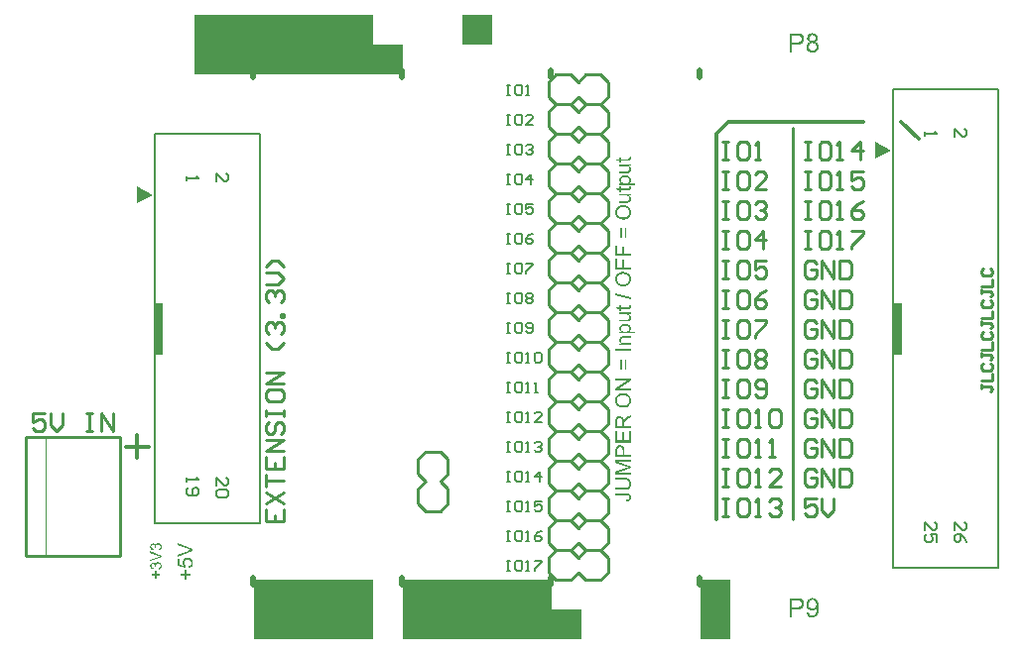
<source format=gto>
G04*
G04 #@! TF.GenerationSoftware,Altium Limited,CircuitStudio,1.5.2 (30)*
G04*
G04 Layer_Color=15065295*
%FSLAX44Y44*%
%MOMM*%
G71*
G01*
G75*
%ADD12C,0.5000*%
%ADD14C,0.2500*%
%ADD33C,0.2000*%
%ADD34C,0.3000*%
%ADD35C,0.1000*%
%ADD36C,0.2540*%
%ADD37C,0.1778*%
%ADD38C,0.1524*%
%ADD39R,0.8000X4.5000*%
%ADD40R,2.5400X5.0800*%
%ADD41R,2.5400X2.5400*%
%ADD42R,12.7000X5.0800*%
%ADD43R,10.1600X5.0800*%
%ADD44R,15.2400X5.0800*%
G36*
X3640133Y1791623D02*
X3640265Y1791604D01*
X3640434Y1791585D01*
X3640622Y1791548D01*
X3640829Y1791510D01*
X3641261Y1791378D01*
X3641486Y1791303D01*
X3641731Y1791190D01*
X3641975Y1791059D01*
X3642201Y1790927D01*
X3642426Y1790758D01*
X3642652Y1790570D01*
X3642670Y1790551D01*
X3642708Y1790514D01*
X3642764Y1790457D01*
X3642821Y1790363D01*
X3642915Y1790251D01*
X3643009Y1790100D01*
X3643122Y1789912D01*
X3643216Y1789706D01*
X3643328Y1789461D01*
X3643441Y1789179D01*
X3643535Y1788879D01*
X3643610Y1788522D01*
X3643685Y1788145D01*
X3643742Y1787732D01*
X3643779Y1787262D01*
X3643798Y1786773D01*
Y1783447D01*
X3649080D01*
Y1781717D01*
X3636073D01*
Y1786604D01*
Y1786623D01*
Y1786661D01*
Y1786736D01*
Y1786811D01*
Y1786924D01*
Y1787055D01*
X3636092Y1787337D01*
X3636111Y1787657D01*
X3636129Y1787995D01*
X3636167Y1788315D01*
X3636205Y1788597D01*
Y1788615D01*
Y1788634D01*
X3636242Y1788766D01*
X3636280Y1788935D01*
X3636336Y1789160D01*
X3636430Y1789405D01*
X3636543Y1789668D01*
X3636674Y1789950D01*
X3636825Y1790194D01*
X3636844Y1790232D01*
X3636900Y1790307D01*
X3637013Y1790420D01*
X3637144Y1790570D01*
X3637314Y1790739D01*
X3637539Y1790909D01*
X3637784Y1791096D01*
X3638065Y1791247D01*
X3638103Y1791266D01*
X3638197Y1791303D01*
X3638366Y1791378D01*
X3638592Y1791454D01*
X3638855Y1791510D01*
X3639156Y1791585D01*
X3639494Y1791623D01*
X3639851Y1791642D01*
X3640002D01*
X3640133Y1791623D01*
D02*
G37*
G36*
X3649080Y1793860D02*
X3636073D01*
Y1803276D01*
X3637614D01*
Y1795589D01*
X3641580D01*
Y1802788D01*
X3643122D01*
Y1795589D01*
X3647538D01*
Y1803577D01*
X3649080D01*
Y1793860D01*
D02*
G37*
G36*
Y1777263D02*
X3638197D01*
X3649080Y1773466D01*
Y1771925D01*
X3638009Y1768165D01*
X3649080D01*
Y1766511D01*
X3636073D01*
Y1769086D01*
X3645302Y1772169D01*
X3645321D01*
X3645358Y1772188D01*
X3645415Y1772207D01*
X3645509Y1772244D01*
X3645734Y1772319D01*
X3646016Y1772413D01*
X3646336Y1772507D01*
X3646655Y1772620D01*
X3646956Y1772714D01*
X3647219Y1772789D01*
X3647181Y1772808D01*
X3647087Y1772827D01*
X3646918Y1772883D01*
X3646693Y1772958D01*
X3646392Y1773052D01*
X3646035Y1773184D01*
X3645621Y1773315D01*
X3645133Y1773485D01*
X3636073Y1776605D01*
Y1778917D01*
X3649080D01*
Y1777263D01*
D02*
G37*
G36*
X3645358Y1750610D02*
X3645509D01*
X3645866Y1750572D01*
X3646279Y1750535D01*
X3646712Y1750460D01*
X3647106Y1750347D01*
X3647482Y1750215D01*
X3647501D01*
X3647520Y1750196D01*
X3647633Y1750140D01*
X3647783Y1750046D01*
X3647990Y1749915D01*
X3648196Y1749727D01*
X3648422Y1749520D01*
X3648647Y1749257D01*
X3648835Y1748956D01*
X3648854Y1748918D01*
X3648911Y1748806D01*
X3648986Y1748636D01*
X3649061Y1748392D01*
X3649155Y1748091D01*
X3649230Y1747753D01*
X3649286Y1747377D01*
X3649305Y1746964D01*
Y1746945D01*
Y1746888D01*
Y1746794D01*
X3649286Y1746682D01*
X3649268Y1746531D01*
X3649249Y1746381D01*
X3649174Y1745986D01*
X3649061Y1745573D01*
X3648892Y1745140D01*
X3648779Y1744915D01*
X3648647Y1744708D01*
X3648497Y1744520D01*
X3648328Y1744332D01*
X3648309Y1744313D01*
X3648290Y1744294D01*
X3648215Y1744257D01*
X3648140Y1744200D01*
X3648046Y1744125D01*
X3647914Y1744050D01*
X3647764Y1743975D01*
X3647595Y1743881D01*
X3647407Y1743806D01*
X3647181Y1743731D01*
X3646956Y1743655D01*
X3646693Y1743580D01*
X3646411Y1743543D01*
X3646091Y1743486D01*
X3645772Y1743468D01*
X3645415D01*
X3645189Y1745027D01*
X3645321D01*
X3645433Y1745046D01*
X3645546Y1745065D01*
X3645678D01*
X3645997Y1745121D01*
X3646336Y1745178D01*
X3646674Y1745291D01*
X3646975Y1745403D01*
X3647106Y1745479D01*
X3647219Y1745573D01*
X3647238Y1745591D01*
X3647294Y1745667D01*
X3647388Y1745779D01*
X3647482Y1745930D01*
X3647595Y1746136D01*
X3647670Y1746362D01*
X3647745Y1746644D01*
X3647764Y1746945D01*
Y1746982D01*
Y1747057D01*
X3647745Y1747170D01*
X3647727Y1747339D01*
X3647689Y1747509D01*
X3647651Y1747697D01*
X3647576Y1747885D01*
X3647482Y1748073D01*
X3647463Y1748091D01*
X3647426Y1748148D01*
X3647350Y1748223D01*
X3647275Y1748336D01*
X3647144Y1748430D01*
X3647012Y1748542D01*
X3646862Y1748636D01*
X3646674Y1748712D01*
X3646655D01*
X3646580Y1748749D01*
X3646448Y1748768D01*
X3646279Y1748806D01*
X3646054Y1748843D01*
X3645772Y1748862D01*
X3645433Y1748900D01*
X3636073D01*
Y1750629D01*
X3645208D01*
X3645358Y1750610D01*
D02*
G37*
G36*
X3644080Y1763673D02*
X3644268D01*
X3644494Y1763654D01*
X3644719Y1763636D01*
X3645227Y1763579D01*
X3645753Y1763504D01*
X3646260Y1763391D01*
X3646505Y1763316D01*
X3646730Y1763241D01*
X3646749D01*
X3646787Y1763222D01*
X3646843Y1763185D01*
X3646918Y1763147D01*
X3647125Y1763034D01*
X3647388Y1762865D01*
X3647689Y1762639D01*
X3647990Y1762376D01*
X3648309Y1762038D01*
X3648591Y1761624D01*
Y1761606D01*
X3648629Y1761568D01*
X3648647Y1761512D01*
X3648704Y1761418D01*
X3648760Y1761305D01*
X3648817Y1761154D01*
X3648873Y1761004D01*
X3648948Y1760816D01*
X3649023Y1760609D01*
X3649080Y1760384D01*
X3649136Y1760139D01*
X3649193Y1759858D01*
X3649230Y1759576D01*
X3649268Y1759275D01*
X3649305Y1758598D01*
Y1758579D01*
Y1758523D01*
Y1758429D01*
X3649286Y1758297D01*
Y1758147D01*
X3649268Y1757959D01*
X3649249Y1757752D01*
X3649230Y1757546D01*
X3649155Y1757076D01*
X3649042Y1756568D01*
X3648892Y1756080D01*
X3648685Y1755610D01*
Y1755591D01*
X3648647Y1755553D01*
X3648610Y1755497D01*
X3648572Y1755422D01*
X3648422Y1755215D01*
X3648215Y1754971D01*
X3647952Y1754689D01*
X3647651Y1754426D01*
X3647275Y1754162D01*
X3646862Y1753956D01*
X3646843D01*
X3646806Y1753937D01*
X3646730Y1753918D01*
X3646636Y1753880D01*
X3646524Y1753843D01*
X3646373Y1753805D01*
X3646204Y1753749D01*
X3645997Y1753711D01*
X3645772Y1753674D01*
X3645527Y1753617D01*
X3645264Y1753580D01*
X3644982Y1753542D01*
X3644663Y1753504D01*
X3644325Y1753486D01*
X3643967Y1753467D01*
X3636073D01*
Y1755196D01*
X3643873D01*
X3644005Y1755215D01*
X3644174D01*
X3644531Y1755234D01*
X3644945Y1755271D01*
X3645358Y1755328D01*
X3645753Y1755403D01*
X3645922Y1755441D01*
X3646091Y1755497D01*
X3646129Y1755516D01*
X3646223Y1755553D01*
X3646354Y1755647D01*
X3646542Y1755760D01*
X3646730Y1755892D01*
X3646937Y1756080D01*
X3647144Y1756305D01*
X3647313Y1756568D01*
X3647332Y1756606D01*
X3647388Y1756700D01*
X3647444Y1756869D01*
X3647520Y1757095D01*
X3647614Y1757358D01*
X3647670Y1757696D01*
X3647727Y1758053D01*
X3647745Y1758448D01*
Y1758467D01*
Y1758523D01*
Y1758636D01*
X3647727Y1758749D01*
Y1758918D01*
X3647708Y1759087D01*
X3647633Y1759500D01*
X3647538Y1759951D01*
X3647388Y1760384D01*
X3647181Y1760797D01*
X3647050Y1760985D01*
X3646899Y1761154D01*
X3646881Y1761173D01*
X3646862Y1761192D01*
X3646806Y1761230D01*
X3646730Y1761286D01*
X3646618Y1761342D01*
X3646505Y1761418D01*
X3646336Y1761493D01*
X3646166Y1761568D01*
X3645960Y1761643D01*
X3645715Y1761700D01*
X3645433Y1761775D01*
X3645133Y1761831D01*
X3644794Y1761888D01*
X3644437Y1761925D01*
X3644024Y1761963D01*
X3636073D01*
Y1763692D01*
X3643911D01*
X3644080Y1763673D01*
D02*
G37*
G36*
X3649080Y1815268D02*
X3646373Y1813558D01*
X3646354D01*
X3646317Y1813520D01*
X3646260Y1813483D01*
X3646185Y1813426D01*
X3645978Y1813295D01*
X3645715Y1813125D01*
X3645433Y1812919D01*
X3645133Y1812712D01*
X3644851Y1812505D01*
X3644588Y1812317D01*
X3644569Y1812298D01*
X3644494Y1812242D01*
X3644381Y1812148D01*
X3644249Y1812016D01*
X3643967Y1811734D01*
X3643836Y1811584D01*
X3643723Y1811434D01*
X3643704Y1811415D01*
X3643685Y1811377D01*
X3643648Y1811302D01*
X3643591Y1811189D01*
X3643535Y1811077D01*
X3643479Y1810945D01*
X3643385Y1810644D01*
Y1810626D01*
X3643366Y1810588D01*
Y1810513D01*
X3643347Y1810419D01*
X3643328Y1810287D01*
Y1810137D01*
X3643310Y1809930D01*
Y1809705D01*
Y1807712D01*
X3649080D01*
Y1805983D01*
X3636073D01*
Y1811734D01*
Y1811753D01*
Y1811810D01*
Y1811904D01*
Y1812016D01*
X3636092Y1812167D01*
Y1812336D01*
X3636111Y1812731D01*
X3636167Y1813144D01*
X3636223Y1813595D01*
X3636317Y1814009D01*
X3636374Y1814216D01*
X3636430Y1814385D01*
Y1814404D01*
X3636449Y1814422D01*
X3636505Y1814535D01*
X3636581Y1814704D01*
X3636712Y1814911D01*
X3636881Y1815137D01*
X3637107Y1815381D01*
X3637370Y1815607D01*
X3637671Y1815832D01*
X3637690D01*
X3637708Y1815851D01*
X3637821Y1815926D01*
X3638009Y1816001D01*
X3638253Y1816114D01*
X3638535Y1816208D01*
X3638874Y1816302D01*
X3639231Y1816358D01*
X3639626Y1816377D01*
X3639757D01*
X3639851Y1816358D01*
X3639983D01*
X3640114Y1816340D01*
X3640434Y1816264D01*
X3640810Y1816152D01*
X3641205Y1816001D01*
X3641599Y1815776D01*
X3641787Y1815625D01*
X3641975Y1815475D01*
X3641994Y1815456D01*
X3642013Y1815437D01*
X3642069Y1815381D01*
X3642126Y1815306D01*
X3642201Y1815212D01*
X3642276Y1815099D01*
X3642370Y1814949D01*
X3642483Y1814798D01*
X3642577Y1814610D01*
X3642670Y1814404D01*
X3642783Y1814178D01*
X3642877Y1813934D01*
X3642952Y1813652D01*
X3643046Y1813370D01*
X3643103Y1813050D01*
X3643159Y1812712D01*
X3643178Y1812749D01*
X3643216Y1812825D01*
X3643291Y1812937D01*
X3643366Y1813088D01*
X3643573Y1813426D01*
X3643704Y1813595D01*
X3643817Y1813746D01*
X3643855Y1813783D01*
X3643949Y1813877D01*
X3644099Y1814028D01*
X3644287Y1814216D01*
X3644550Y1814422D01*
X3644832Y1814667D01*
X3645170Y1814911D01*
X3645546Y1815174D01*
X3649080Y1817411D01*
Y1815268D01*
D02*
G37*
G36*
X3645377Y1856037D02*
X3643892D01*
Y1864645D01*
X3645377D01*
Y1856037D01*
D02*
G37*
G36*
X3649080Y1872408D02*
X3636073D01*
Y1874137D01*
X3649080D01*
Y1872408D01*
D02*
G37*
G36*
X3641430Y1856037D02*
X3639945D01*
Y1864645D01*
X3641430D01*
Y1856037D01*
D02*
G37*
G36*
X3642952Y1836038D02*
X3643122D01*
X3643328Y1836019D01*
X3643554Y1835981D01*
X3643798Y1835963D01*
X3644343Y1835869D01*
X3644945Y1835718D01*
X3645546Y1835511D01*
X3645847Y1835399D01*
X3646148Y1835248D01*
X3646166D01*
X3646223Y1835211D01*
X3646298Y1835173D01*
X3646411Y1835098D01*
X3646542Y1835023D01*
X3646674Y1834929D01*
X3647031Y1834666D01*
X3647407Y1834346D01*
X3647802Y1833970D01*
X3648178Y1833519D01*
X3648516Y1832993D01*
Y1832974D01*
X3648553Y1832936D01*
X3648591Y1832842D01*
X3648647Y1832730D01*
X3648704Y1832598D01*
X3648760Y1832448D01*
X3648835Y1832260D01*
X3648911Y1832053D01*
X3648986Y1831828D01*
X3649061Y1831583D01*
X3649174Y1831038D01*
X3649268Y1830455D01*
X3649305Y1829835D01*
Y1829816D01*
Y1829760D01*
Y1829647D01*
X3649286Y1829534D01*
Y1829365D01*
X3649249Y1829177D01*
X3649230Y1828970D01*
X3649193Y1828726D01*
X3649080Y1828219D01*
X3648929Y1827673D01*
X3648704Y1827110D01*
X3648572Y1826828D01*
X3648422Y1826546D01*
X3648403Y1826527D01*
X3648384Y1826489D01*
X3648328Y1826414D01*
X3648253Y1826301D01*
X3648178Y1826189D01*
X3648065Y1826057D01*
X3647783Y1825737D01*
X3647444Y1825380D01*
X3647031Y1825004D01*
X3646561Y1824666D01*
X3646016Y1824347D01*
X3645997D01*
X3645941Y1824309D01*
X3645866Y1824272D01*
X3645753Y1824234D01*
X3645603Y1824178D01*
X3645433Y1824121D01*
X3645245Y1824046D01*
X3645039Y1823990D01*
X3644794Y1823914D01*
X3644550Y1823839D01*
X3643986Y1823726D01*
X3643404Y1823651D01*
X3642764Y1823614D01*
X3642614D01*
X3642445Y1823632D01*
X3642219D01*
X3641956Y1823670D01*
X3641637Y1823708D01*
X3641280Y1823764D01*
X3640904Y1823839D01*
X3640509Y1823914D01*
X3640096Y1824027D01*
X3639682Y1824178D01*
X3639250Y1824347D01*
X3638836Y1824535D01*
X3638423Y1824779D01*
X3638047Y1825042D01*
X3637690Y1825343D01*
X3637671Y1825362D01*
X3637614Y1825418D01*
X3637520Y1825531D01*
X3637408Y1825662D01*
X3637257Y1825831D01*
X3637107Y1826038D01*
X3636938Y1826283D01*
X3636768Y1826565D01*
X3636599Y1826865D01*
X3636430Y1827204D01*
X3636280Y1827580D01*
X3636129Y1827974D01*
X3636017Y1828407D01*
X3635923Y1828858D01*
X3635866Y1829328D01*
X3635847Y1829835D01*
Y1829854D01*
Y1829910D01*
Y1830004D01*
X3635866Y1830136D01*
Y1830305D01*
X3635885Y1830474D01*
X3635923Y1830700D01*
X3635960Y1830925D01*
X3636054Y1831414D01*
X3636205Y1831978D01*
X3636430Y1832523D01*
X3636562Y1832805D01*
X3636712Y1833087D01*
X3636731Y1833106D01*
X3636750Y1833143D01*
X3636806Y1833218D01*
X3636862Y1833331D01*
X3636956Y1833444D01*
X3637069Y1833594D01*
X3637332Y1833914D01*
X3637671Y1834252D01*
X3638084Y1834628D01*
X3638573Y1834985D01*
X3639118Y1835286D01*
X3639137D01*
X3639193Y1835323D01*
X3639268Y1835361D01*
X3639381Y1835399D01*
X3639532Y1835474D01*
X3639701Y1835530D01*
X3639908Y1835605D01*
X3640133Y1835681D01*
X3640377Y1835737D01*
X3640641Y1835812D01*
X3640941Y1835887D01*
X3641242Y1835944D01*
X3641900Y1836019D01*
X3642614Y1836057D01*
X3642802D01*
X3642952Y1836038D01*
D02*
G37*
G36*
X3649080Y1846714D02*
X3638874Y1839910D01*
X3649080D01*
Y1838256D01*
X3636073D01*
Y1840022D01*
X3646298Y1846846D01*
X3636073D01*
Y1848499D01*
X3649080D01*
Y1846714D01*
D02*
G37*
G36*
X3791625Y2143485D02*
X3792024Y2143461D01*
X3792447Y2143438D01*
X3792847Y2143391D01*
X3793199Y2143344D01*
X3793246D01*
X3793411Y2143297D01*
X3793622Y2143250D01*
X3793904Y2143179D01*
X3794209Y2143062D01*
X3794538Y2142921D01*
X3794891Y2142757D01*
X3795196Y2142569D01*
X3795243Y2142545D01*
X3795337Y2142475D01*
X3795478Y2142334D01*
X3795666Y2142169D01*
X3795877Y2141958D01*
X3796089Y2141676D01*
X3796324Y2141370D01*
X3796512Y2141018D01*
X3796535Y2140971D01*
X3796582Y2140853D01*
X3796676Y2140642D01*
X3796770Y2140360D01*
X3796841Y2140031D01*
X3796935Y2139655D01*
X3796982Y2139232D01*
X3797005Y2138786D01*
Y2138762D01*
Y2138692D01*
Y2138598D01*
X3796982Y2138434D01*
X3796958Y2138269D01*
X3796935Y2138058D01*
X3796888Y2137823D01*
X3796841Y2137564D01*
X3796676Y2137024D01*
X3796582Y2136742D01*
X3796441Y2136436D01*
X3796277Y2136131D01*
X3796112Y2135849D01*
X3795901Y2135567D01*
X3795666Y2135285D01*
X3795642Y2135262D01*
X3795595Y2135215D01*
X3795525Y2135144D01*
X3795408Y2135074D01*
X3795267Y2134956D01*
X3795079Y2134839D01*
X3794844Y2134698D01*
X3794585Y2134580D01*
X3794280Y2134439D01*
X3793927Y2134298D01*
X3793552Y2134181D01*
X3793105Y2134087D01*
X3792635Y2133993D01*
X3792118Y2133922D01*
X3791531Y2133875D01*
X3790920Y2133852D01*
X3786761D01*
Y2127250D01*
X3784600D01*
Y2143508D01*
X3791273D01*
X3791625Y2143485D01*
D02*
G37*
G36*
X3269654Y1681437D02*
X3273225D01*
Y1679933D01*
X3269654D01*
Y1676400D01*
X3268169D01*
Y1679933D01*
X3264635D01*
Y1681437D01*
X3268169D01*
Y1684971D01*
X3269654D01*
Y1681437D01*
D02*
G37*
G36*
X3804571Y2143555D02*
X3804759Y2143532D01*
X3804970Y2143508D01*
X3805205Y2143485D01*
X3805440Y2143414D01*
X3806004Y2143273D01*
X3806568Y2143062D01*
X3806850Y2142921D01*
X3807132Y2142757D01*
X3807390Y2142545D01*
X3807649Y2142334D01*
X3807672Y2142310D01*
X3807696Y2142287D01*
X3807766Y2142216D01*
X3807860Y2142122D01*
X3807954Y2141981D01*
X3808071Y2141840D01*
X3808306Y2141488D01*
X3808541Y2141041D01*
X3808753Y2140524D01*
X3808917Y2139937D01*
X3808941Y2139632D01*
X3808964Y2139303D01*
Y2139279D01*
Y2139256D01*
Y2139115D01*
X3808941Y2138903D01*
X3808894Y2138645D01*
X3808823Y2138316D01*
X3808706Y2137987D01*
X3808565Y2137658D01*
X3808353Y2137329D01*
X3808330Y2137282D01*
X3808236Y2137188D01*
X3808095Y2137047D01*
X3807907Y2136859D01*
X3807649Y2136648D01*
X3807343Y2136436D01*
X3806991Y2136225D01*
X3806568Y2136037D01*
X3806591D01*
X3806638Y2136013D01*
X3806709Y2135990D01*
X3806803Y2135943D01*
X3807085Y2135826D01*
X3807414Y2135661D01*
X3807766Y2135426D01*
X3808142Y2135168D01*
X3808494Y2134839D01*
X3808823Y2134463D01*
Y2134439D01*
X3808847Y2134416D01*
X3808941Y2134275D01*
X3809082Y2134040D01*
X3809223Y2133734D01*
X3809364Y2133359D01*
X3809505Y2132912D01*
X3809599Y2132419D01*
X3809622Y2131878D01*
Y2131855D01*
Y2131784D01*
Y2131667D01*
X3809599Y2131526D01*
X3809575Y2131362D01*
X3809552Y2131150D01*
X3809505Y2130915D01*
X3809434Y2130657D01*
X3809270Y2130116D01*
X3809152Y2129811D01*
X3808988Y2129529D01*
X3808823Y2129223D01*
X3808635Y2128941D01*
X3808400Y2128660D01*
X3808142Y2128378D01*
X3808118Y2128354D01*
X3808071Y2128307D01*
X3808001Y2128237D01*
X3807883Y2128166D01*
X3807719Y2128049D01*
X3807555Y2127931D01*
X3807343Y2127814D01*
X3807108Y2127673D01*
X3806850Y2127532D01*
X3806544Y2127414D01*
X3806215Y2127297D01*
X3805886Y2127179D01*
X3805510Y2127109D01*
X3805111Y2127038D01*
X3804712Y2126991D01*
X3804265Y2126968D01*
X3804030D01*
X3803866Y2126991D01*
X3803654Y2127015D01*
X3803419Y2127038D01*
X3803161Y2127085D01*
X3802879Y2127156D01*
X3802245Y2127320D01*
X3801916Y2127438D01*
X3801610Y2127555D01*
X3801281Y2127720D01*
X3800952Y2127908D01*
X3800647Y2128119D01*
X3800365Y2128378D01*
X3800341Y2128401D01*
X3800294Y2128448D01*
X3800224Y2128519D01*
X3800130Y2128636D01*
X3800036Y2128777D01*
X3799895Y2128941D01*
X3799778Y2129129D01*
X3799637Y2129364D01*
X3799496Y2129599D01*
X3799378Y2129881D01*
X3799143Y2130469D01*
X3799049Y2130821D01*
X3798979Y2131174D01*
X3798932Y2131550D01*
X3798908Y2131925D01*
Y2131949D01*
Y2131996D01*
Y2132090D01*
X3798932Y2132184D01*
Y2132325D01*
X3798955Y2132489D01*
X3799002Y2132865D01*
X3799096Y2133288D01*
X3799237Y2133711D01*
X3799449Y2134157D01*
X3799707Y2134580D01*
Y2134604D01*
X3799754Y2134627D01*
X3799848Y2134745D01*
X3800036Y2134933D01*
X3800294Y2135168D01*
X3800623Y2135403D01*
X3801023Y2135661D01*
X3801469Y2135872D01*
X3802010Y2136037D01*
X3801986D01*
X3801963Y2136060D01*
X3801892Y2136084D01*
X3801798Y2136131D01*
X3801587Y2136225D01*
X3801305Y2136366D01*
X3800999Y2136554D01*
X3800694Y2136789D01*
X3800412Y2137047D01*
X3800154Y2137329D01*
X3800130Y2137376D01*
X3800060Y2137470D01*
X3799966Y2137658D01*
X3799872Y2137893D01*
X3799754Y2138199D01*
X3799660Y2138551D01*
X3799590Y2138950D01*
X3799566Y2139373D01*
Y2139397D01*
Y2139444D01*
Y2139538D01*
X3799590Y2139679D01*
X3799613Y2139820D01*
X3799637Y2140008D01*
X3799731Y2140407D01*
X3799872Y2140877D01*
X3800107Y2141370D01*
X3800247Y2141629D01*
X3800412Y2141887D01*
X3800623Y2142122D01*
X3800835Y2142357D01*
X3800858Y2142381D01*
X3800905Y2142404D01*
X3800976Y2142475D01*
X3801070Y2142545D01*
X3801187Y2142639D01*
X3801352Y2142733D01*
X3801540Y2142851D01*
X3801728Y2142968D01*
X3801963Y2143085D01*
X3802221Y2143203D01*
X3802503Y2143297D01*
X3802809Y2143391D01*
X3803466Y2143532D01*
X3803842Y2143555D01*
X3804218Y2143579D01*
X3804430D01*
X3804571Y2143555D01*
D02*
G37*
G36*
X3791625Y1660885D02*
X3792024Y1660861D01*
X3792447Y1660838D01*
X3792847Y1660791D01*
X3793199Y1660744D01*
X3793246D01*
X3793411Y1660697D01*
X3793622Y1660650D01*
X3793904Y1660580D01*
X3794209Y1660462D01*
X3794538Y1660321D01*
X3794891Y1660157D01*
X3795196Y1659969D01*
X3795243Y1659945D01*
X3795337Y1659875D01*
X3795478Y1659734D01*
X3795666Y1659569D01*
X3795877Y1659358D01*
X3796089Y1659076D01*
X3796324Y1658770D01*
X3796512Y1658418D01*
X3796535Y1658371D01*
X3796582Y1658253D01*
X3796676Y1658042D01*
X3796770Y1657760D01*
X3796841Y1657431D01*
X3796935Y1657055D01*
X3796982Y1656632D01*
X3797005Y1656186D01*
Y1656162D01*
Y1656092D01*
Y1655998D01*
X3796982Y1655833D01*
X3796958Y1655669D01*
X3796935Y1655458D01*
X3796888Y1655223D01*
X3796841Y1654964D01*
X3796676Y1654424D01*
X3796582Y1654142D01*
X3796441Y1653836D01*
X3796277Y1653531D01*
X3796112Y1653249D01*
X3795901Y1652967D01*
X3795666Y1652685D01*
X3795642Y1652662D01*
X3795595Y1652615D01*
X3795525Y1652544D01*
X3795408Y1652474D01*
X3795267Y1652356D01*
X3795079Y1652239D01*
X3794844Y1652098D01*
X3794585Y1651980D01*
X3794280Y1651839D01*
X3793927Y1651698D01*
X3793552Y1651581D01*
X3793105Y1651487D01*
X3792635Y1651393D01*
X3792118Y1651322D01*
X3791531Y1651275D01*
X3790920Y1651252D01*
X3786761D01*
Y1644650D01*
X3784600D01*
Y1660908D01*
X3791273D01*
X3791625Y1660885D01*
D02*
G37*
G36*
X3804312Y1660955D02*
X3804430D01*
X3804594Y1660932D01*
X3804994Y1660861D01*
X3805440Y1660767D01*
X3805933Y1660603D01*
X3806427Y1660392D01*
X3806920Y1660110D01*
X3806944D01*
X3806967Y1660063D01*
X3807038Y1660016D01*
X3807132Y1659945D01*
X3807367Y1659757D01*
X3807672Y1659499D01*
X3807977Y1659146D01*
X3808330Y1658723D01*
X3808635Y1658230D01*
X3808917Y1657666D01*
Y1657643D01*
X3808941Y1657596D01*
X3808988Y1657502D01*
X3809035Y1657384D01*
X3809082Y1657220D01*
X3809152Y1657008D01*
X3809199Y1656773D01*
X3809270Y1656515D01*
X3809340Y1656209D01*
X3809411Y1655857D01*
X3809458Y1655481D01*
X3809505Y1655082D01*
X3809552Y1654635D01*
X3809599Y1654165D01*
X3809622Y1653649D01*
Y1653108D01*
Y1653085D01*
Y1652967D01*
Y1652803D01*
Y1652591D01*
X3809599Y1652333D01*
Y1652027D01*
X3809575Y1651675D01*
X3809528Y1651322D01*
X3809458Y1650524D01*
X3809340Y1649678D01*
X3809176Y1648879D01*
X3809058Y1648480D01*
X3808941Y1648127D01*
Y1648104D01*
X3808917Y1648057D01*
X3808870Y1647963D01*
X3808823Y1647822D01*
X3808753Y1647681D01*
X3808659Y1647493D01*
X3808424Y1647093D01*
X3808142Y1646647D01*
X3807813Y1646177D01*
X3807390Y1645731D01*
X3806920Y1645331D01*
X3806897D01*
X3806850Y1645284D01*
X3806779Y1645237D01*
X3806685Y1645190D01*
X3806544Y1645120D01*
X3806403Y1645026D01*
X3806215Y1644932D01*
X3806027Y1644861D01*
X3805581Y1644673D01*
X3805041Y1644509D01*
X3804453Y1644415D01*
X3803795Y1644368D01*
X3803607D01*
X3803490Y1644391D01*
X3803326D01*
X3803138Y1644415D01*
X3802691Y1644509D01*
X3802198Y1644626D01*
X3801681Y1644814D01*
X3801164Y1645073D01*
X3800905Y1645237D01*
X3800670Y1645425D01*
X3800647Y1645449D01*
X3800623Y1645472D01*
X3800553Y1645543D01*
X3800482Y1645613D01*
X3800388Y1645731D01*
X3800271Y1645872D01*
X3800036Y1646201D01*
X3799801Y1646624D01*
X3799566Y1647140D01*
X3799378Y1647728D01*
X3799237Y1648409D01*
X3801164Y1648573D01*
Y1648550D01*
X3801187Y1648503D01*
Y1648456D01*
X3801211Y1648362D01*
X3801281Y1648104D01*
X3801375Y1647822D01*
X3801493Y1647493D01*
X3801657Y1647164D01*
X3801845Y1646858D01*
X3802080Y1646600D01*
X3802104Y1646577D01*
X3802198Y1646506D01*
X3802362Y1646412D01*
X3802550Y1646318D01*
X3802809Y1646201D01*
X3803114Y1646107D01*
X3803466Y1646036D01*
X3803842Y1646013D01*
X3804007D01*
X3804171Y1646036D01*
X3804383Y1646060D01*
X3804641Y1646107D01*
X3804900Y1646177D01*
X3805182Y1646271D01*
X3805440Y1646412D01*
X3805463Y1646436D01*
X3805557Y1646483D01*
X3805699Y1646577D01*
X3805840Y1646717D01*
X3806027Y1646882D01*
X3806215Y1647070D01*
X3806403Y1647281D01*
X3806591Y1647540D01*
X3806615Y1647563D01*
X3806662Y1647681D01*
X3806756Y1647845D01*
X3806850Y1648057D01*
X3806967Y1648339D01*
X3807085Y1648667D01*
X3807202Y1649043D01*
X3807320Y1649466D01*
Y1649490D01*
X3807343Y1649513D01*
Y1649584D01*
X3807367Y1649678D01*
X3807414Y1649913D01*
X3807484Y1650218D01*
X3807531Y1650594D01*
X3807578Y1650993D01*
X3807602Y1651440D01*
X3807625Y1651910D01*
Y1651933D01*
Y1652004D01*
Y1652121D01*
Y1652309D01*
X3807602Y1652262D01*
X3807508Y1652145D01*
X3807367Y1651980D01*
X3807202Y1651745D01*
X3806967Y1651510D01*
X3806685Y1651252D01*
X3806356Y1650993D01*
X3805980Y1650759D01*
X3805933Y1650735D01*
X3805793Y1650665D01*
X3805581Y1650571D01*
X3805323Y1650477D01*
X3804970Y1650359D01*
X3804594Y1650265D01*
X3804171Y1650195D01*
X3803725Y1650171D01*
X3803537D01*
X3803396Y1650195D01*
X3803208Y1650218D01*
X3803020Y1650242D01*
X3802785Y1650289D01*
X3802550Y1650359D01*
X3802010Y1650524D01*
X3801728Y1650641D01*
X3801446Y1650782D01*
X3801140Y1650947D01*
X3800858Y1651158D01*
X3800576Y1651369D01*
X3800318Y1651628D01*
X3800294Y1651651D01*
X3800247Y1651698D01*
X3800201Y1651769D01*
X3800107Y1651886D01*
X3799989Y1652051D01*
X3799872Y1652215D01*
X3799754Y1652427D01*
X3799637Y1652662D01*
X3799496Y1652920D01*
X3799378Y1653202D01*
X3799261Y1653531D01*
X3799143Y1653860D01*
X3799049Y1654236D01*
X3799002Y1654635D01*
X3798955Y1655035D01*
X3798932Y1655481D01*
Y1655505D01*
Y1655598D01*
Y1655716D01*
X3798955Y1655880D01*
X3798979Y1656092D01*
X3799002Y1656350D01*
X3799049Y1656609D01*
X3799120Y1656914D01*
X3799284Y1657525D01*
X3799402Y1657854D01*
X3799543Y1658206D01*
X3799707Y1658535D01*
X3799919Y1658841D01*
X3800130Y1659170D01*
X3800388Y1659452D01*
X3800412Y1659475D01*
X3800459Y1659522D01*
X3800529Y1659593D01*
X3800647Y1659687D01*
X3800788Y1659804D01*
X3800976Y1659945D01*
X3801164Y1660063D01*
X3801399Y1660227D01*
X3801634Y1660368D01*
X3801916Y1660486D01*
X3802550Y1660744D01*
X3802879Y1660838D01*
X3803255Y1660908D01*
X3803631Y1660955D01*
X3804030Y1660979D01*
X3804195D01*
X3804312Y1660955D01*
D02*
G37*
G36*
X3271232Y1695384D02*
X3271383Y1695365D01*
X3271552Y1695346D01*
X3271759Y1695309D01*
X3271965Y1695271D01*
X3272454Y1695158D01*
X3272962Y1694970D01*
X3273225Y1694857D01*
X3273469Y1694707D01*
X3273732Y1694557D01*
X3273977Y1694369D01*
X3273995Y1694350D01*
X3274052Y1694312D01*
X3274127Y1694237D01*
X3274221Y1694143D01*
X3274334Y1694012D01*
X3274484Y1693861D01*
X3274615Y1693673D01*
X3274766Y1693467D01*
X3274916Y1693241D01*
X3275048Y1692978D01*
X3275179Y1692696D01*
X3275311Y1692395D01*
X3275405Y1692076D01*
X3275480Y1691719D01*
X3275536Y1691343D01*
X3275555Y1690948D01*
Y1690929D01*
Y1690873D01*
Y1690779D01*
X3275536Y1690647D01*
X3275518Y1690497D01*
X3275499Y1690328D01*
X3275480Y1690121D01*
X3275424Y1689914D01*
X3275311Y1689444D01*
X3275142Y1688974D01*
X3275029Y1688730D01*
X3274897Y1688486D01*
X3274747Y1688260D01*
X3274578Y1688035D01*
X3274559Y1688016D01*
X3274540Y1687978D01*
X3274465Y1687941D01*
X3274390Y1687865D01*
X3274296Y1687771D01*
X3274183Y1687677D01*
X3274033Y1687565D01*
X3273864Y1687471D01*
X3273694Y1687358D01*
X3273488Y1687245D01*
X3273037Y1687038D01*
X3272510Y1686869D01*
X3272228Y1686813D01*
X3271928Y1686775D01*
X3271796Y1688448D01*
X3271853D01*
X3271909Y1688467D01*
X3272003Y1688486D01*
X3272210Y1688542D01*
X3272492Y1688617D01*
X3272774Y1688730D01*
X3273093Y1688880D01*
X3273375Y1689068D01*
X3273638Y1689294D01*
X3273657Y1689332D01*
X3273732Y1689407D01*
X3273826Y1689557D01*
X3273939Y1689764D01*
X3274052Y1689989D01*
X3274146Y1690271D01*
X3274221Y1690591D01*
X3274240Y1690948D01*
Y1690967D01*
Y1691004D01*
Y1691061D01*
X3274221Y1691136D01*
X3274202Y1691362D01*
X3274127Y1691625D01*
X3274033Y1691944D01*
X3273883Y1692264D01*
X3273657Y1692602D01*
X3273525Y1692752D01*
X3273375Y1692903D01*
X3273356Y1692922D01*
X3273337Y1692940D01*
X3273281Y1692978D01*
X3273225Y1693034D01*
X3273018Y1693166D01*
X3272755Y1693316D01*
X3272435Y1693448D01*
X3272041Y1693579D01*
X3271571Y1693673D01*
X3271326Y1693711D01*
X3270932D01*
X3270838Y1693692D01*
X3270725D01*
X3270593Y1693673D01*
X3270292Y1693617D01*
X3269935Y1693523D01*
X3269578Y1693392D01*
X3269240Y1693203D01*
X3268920Y1692940D01*
X3268902D01*
X3268883Y1692903D01*
X3268789Y1692809D01*
X3268657Y1692640D01*
X3268507Y1692414D01*
X3268376Y1692113D01*
X3268244Y1691775D01*
X3268150Y1691380D01*
X3268112Y1691155D01*
Y1690929D01*
Y1690892D01*
Y1690798D01*
X3268131Y1690647D01*
X3268150Y1690459D01*
X3268206Y1690234D01*
X3268263Y1690008D01*
X3268357Y1689764D01*
X3268469Y1689520D01*
X3268488Y1689501D01*
X3268526Y1689426D01*
X3268620Y1689313D01*
X3268714Y1689162D01*
X3268845Y1689012D01*
X3269014Y1688862D01*
X3269184Y1688692D01*
X3269390Y1688561D01*
X3269184Y1687057D01*
X3262492Y1688316D01*
Y1694782D01*
X3264015D01*
Y1689576D01*
X3267530Y1688880D01*
X3267511Y1688899D01*
X3267492Y1688937D01*
X3267454Y1688993D01*
X3267398Y1689087D01*
X3267342Y1689200D01*
X3267267Y1689332D01*
X3267116Y1689632D01*
X3266966Y1690008D01*
X3266834Y1690422D01*
X3266740Y1690873D01*
X3266703Y1691098D01*
Y1691343D01*
Y1691362D01*
Y1691418D01*
Y1691512D01*
X3266721Y1691625D01*
X3266740Y1691775D01*
X3266759Y1691944D01*
X3266797Y1692132D01*
X3266853Y1692339D01*
X3266984Y1692790D01*
X3267079Y1693034D01*
X3267210Y1693279D01*
X3267342Y1693523D01*
X3267492Y1693767D01*
X3267680Y1693993D01*
X3267887Y1694218D01*
X3267906Y1694237D01*
X3267943Y1694275D01*
X3267999Y1694331D01*
X3268093Y1694406D01*
X3268225Y1694500D01*
X3268357Y1694594D01*
X3268526Y1694707D01*
X3268714Y1694820D01*
X3268920Y1694914D01*
X3269146Y1695027D01*
X3269409Y1695121D01*
X3269672Y1695215D01*
X3269954Y1695290D01*
X3270274Y1695346D01*
X3270593Y1695384D01*
X3270932Y1695403D01*
X3271101D01*
X3271232Y1695384D01*
D02*
G37*
G36*
X3248660Y1697321D02*
Y1695990D01*
X3239063Y1692273D01*
Y1693660D01*
X3246039Y1696156D01*
X3246053D01*
X3246080Y1696170D01*
X3246122Y1696184D01*
X3246177Y1696212D01*
X3246261Y1696226D01*
X3246344Y1696254D01*
X3246552Y1696323D01*
X3246788Y1696406D01*
X3247051Y1696489D01*
X3247606Y1696656D01*
X3247592D01*
X3247564Y1696670D01*
X3247523Y1696683D01*
X3247467Y1696697D01*
X3247314Y1696739D01*
X3247107Y1696808D01*
X3246871Y1696878D01*
X3246607Y1696961D01*
X3246330Y1697058D01*
X3246039Y1697169D01*
X3239063Y1699776D01*
Y1701066D01*
X3248660Y1697321D01*
D02*
G37*
G36*
X3246039Y1708014D02*
X3246150Y1708000D01*
X3246274Y1707972D01*
X3246413Y1707945D01*
X3246566Y1707917D01*
X3246898Y1707806D01*
X3247079Y1707723D01*
X3247245Y1707639D01*
X3247426Y1707529D01*
X3247606Y1707404D01*
X3247786Y1707265D01*
X3247953Y1707099D01*
X3247967Y1707085D01*
X3247994Y1707057D01*
X3248036Y1707001D01*
X3248091Y1706932D01*
X3248161Y1706849D01*
X3248230Y1706738D01*
X3248313Y1706613D01*
X3248383Y1706461D01*
X3248466Y1706308D01*
X3248549Y1706128D01*
X3248618Y1705948D01*
X3248688Y1705739D01*
X3248743Y1705518D01*
X3248785Y1705282D01*
X3248812Y1705046D01*
X3248826Y1704783D01*
Y1704769D01*
Y1704727D01*
Y1704658D01*
X3248812Y1704575D01*
X3248799Y1704464D01*
X3248785Y1704339D01*
X3248757Y1704200D01*
X3248729Y1704048D01*
X3248646Y1703715D01*
X3248507Y1703368D01*
X3248424Y1703188D01*
X3248327Y1703021D01*
X3248202Y1702855D01*
X3248077Y1702688D01*
X3248063Y1702675D01*
X3248036Y1702647D01*
X3247994Y1702605D01*
X3247939Y1702564D01*
X3247869Y1702494D01*
X3247772Y1702425D01*
X3247675Y1702342D01*
X3247550Y1702258D01*
X3247412Y1702175D01*
X3247273Y1702092D01*
X3246940Y1701940D01*
X3246552Y1701815D01*
X3246344Y1701773D01*
X3246122Y1701745D01*
X3245970Y1702924D01*
X3245983D01*
X3246011Y1702938D01*
X3246067Y1702952D01*
X3246136Y1702966D01*
X3246219Y1702980D01*
X3246316Y1703007D01*
X3246524Y1703077D01*
X3246774Y1703174D01*
X3247010Y1703299D01*
X3247231Y1703437D01*
X3247426Y1703604D01*
X3247440Y1703631D01*
X3247495Y1703687D01*
X3247564Y1703798D01*
X3247634Y1703937D01*
X3247717Y1704103D01*
X3247786Y1704311D01*
X3247841Y1704547D01*
X3247856Y1704796D01*
Y1704810D01*
Y1704838D01*
Y1704880D01*
X3247841Y1704935D01*
X3247828Y1705088D01*
X3247786Y1705282D01*
X3247717Y1705504D01*
X3247620Y1705739D01*
X3247481Y1705975D01*
X3247287Y1706197D01*
X3247259Y1706225D01*
X3247176Y1706294D01*
X3247051Y1706378D01*
X3246885Y1706488D01*
X3246677Y1706599D01*
X3246441Y1706683D01*
X3246164Y1706752D01*
X3245858Y1706780D01*
X3245775D01*
X3245720Y1706766D01*
X3245567Y1706752D01*
X3245387Y1706710D01*
X3245165Y1706655D01*
X3244943Y1706558D01*
X3244721Y1706419D01*
X3244513Y1706239D01*
X3244485Y1706211D01*
X3244430Y1706142D01*
X3244347Y1706031D01*
X3244250Y1705878D01*
X3244153Y1705684D01*
X3244070Y1705448D01*
X3244014Y1705185D01*
X3243986Y1704893D01*
Y1704880D01*
Y1704838D01*
Y1704769D01*
X3244000Y1704672D01*
X3244014Y1704547D01*
X3244042Y1704408D01*
X3244070Y1704242D01*
X3244111Y1704061D01*
X3243071Y1704200D01*
Y1704214D01*
Y1704270D01*
X3243085Y1704325D01*
Y1704380D01*
Y1704394D01*
Y1704408D01*
Y1704450D01*
Y1704505D01*
X3243057Y1704658D01*
X3243029Y1704838D01*
X3242988Y1705046D01*
X3242918Y1705282D01*
X3242821Y1705504D01*
X3242697Y1705739D01*
Y1705753D01*
X3242682Y1705767D01*
X3242627Y1705837D01*
X3242530Y1705934D01*
X3242405Y1706045D01*
X3242225Y1706156D01*
X3242017Y1706253D01*
X3241781Y1706322D01*
X3241642Y1706350D01*
X3241379D01*
X3241268Y1706322D01*
X3241115Y1706294D01*
X3240949Y1706239D01*
X3240769Y1706169D01*
X3240588Y1706059D01*
X3240422Y1705906D01*
X3240408Y1705892D01*
X3240353Y1705823D01*
X3240284Y1705726D01*
X3240200Y1705601D01*
X3240131Y1705434D01*
X3240062Y1705240D01*
X3240006Y1705018D01*
X3239992Y1704769D01*
Y1704755D01*
Y1704741D01*
Y1704658D01*
X3240020Y1704533D01*
X3240048Y1704366D01*
X3240103Y1704186D01*
X3240172Y1704006D01*
X3240284Y1703812D01*
X3240422Y1703631D01*
X3240436Y1703618D01*
X3240505Y1703562D01*
X3240602Y1703479D01*
X3240741Y1703382D01*
X3240921Y1703285D01*
X3241143Y1703188D01*
X3241407Y1703105D01*
X3241712Y1703049D01*
X3241504Y1701870D01*
X3241490D01*
X3241448Y1701884D01*
X3241393Y1701898D01*
X3241310Y1701912D01*
X3241212Y1701940D01*
X3241102Y1701981D01*
X3240838Y1702064D01*
X3240533Y1702203D01*
X3240228Y1702370D01*
X3239937Y1702578D01*
X3239673Y1702841D01*
X3239659Y1702855D01*
X3239645Y1702883D01*
X3239618Y1702924D01*
X3239576Y1702980D01*
X3239521Y1703049D01*
X3239465Y1703146D01*
X3239410Y1703243D01*
X3239340Y1703368D01*
X3239229Y1703645D01*
X3239118Y1703964D01*
X3239049Y1704339D01*
X3239021Y1704533D01*
Y1704741D01*
Y1704755D01*
Y1704783D01*
Y1704824D01*
Y1704880D01*
X3239035Y1705032D01*
X3239063Y1705213D01*
X3239105Y1705434D01*
X3239174Y1705684D01*
X3239257Y1705934D01*
X3239368Y1706183D01*
Y1706197D01*
X3239382Y1706211D01*
X3239424Y1706294D01*
X3239507Y1706419D01*
X3239604Y1706558D01*
X3239742Y1706724D01*
X3239895Y1706891D01*
X3240075Y1707057D01*
X3240284Y1707196D01*
X3240311Y1707210D01*
X3240380Y1707251D01*
X3240505Y1707307D01*
X3240658Y1707376D01*
X3240838Y1707445D01*
X3241046Y1707501D01*
X3241282Y1707542D01*
X3241518Y1707556D01*
X3241629D01*
X3241740Y1707542D01*
X3241892Y1707515D01*
X3242072Y1707473D01*
X3242267Y1707404D01*
X3242461Y1707321D01*
X3242655Y1707210D01*
X3242682Y1707196D01*
X3242738Y1707154D01*
X3242835Y1707071D01*
X3242946Y1706960D01*
X3243071Y1706821D01*
X3243210Y1706655D01*
X3243334Y1706461D01*
X3243459Y1706225D01*
Y1706239D01*
X3243473Y1706266D01*
X3243487Y1706308D01*
X3243501Y1706364D01*
X3243556Y1706516D01*
X3243640Y1706710D01*
X3243751Y1706932D01*
X3243889Y1707154D01*
X3244070Y1707362D01*
X3244278Y1707556D01*
X3244305Y1707570D01*
X3244388Y1707626D01*
X3244527Y1707709D01*
X3244707Y1707792D01*
X3244929Y1707875D01*
X3245193Y1707959D01*
X3245498Y1708014D01*
X3245831Y1708028D01*
X3245956D01*
X3246039Y1708014D01*
D02*
G37*
G36*
Y1691608D02*
X3246150Y1691594D01*
X3246274Y1691566D01*
X3246413Y1691538D01*
X3246566Y1691510D01*
X3246898Y1691400D01*
X3247079Y1691316D01*
X3247245Y1691233D01*
X3247426Y1691122D01*
X3247606Y1690997D01*
X3247786Y1690859D01*
X3247953Y1690692D01*
X3247967Y1690678D01*
X3247994Y1690651D01*
X3248036Y1690595D01*
X3248091Y1690526D01*
X3248161Y1690443D01*
X3248230Y1690332D01*
X3248313Y1690207D01*
X3248383Y1690054D01*
X3248466Y1689902D01*
X3248549Y1689722D01*
X3248618Y1689541D01*
X3248688Y1689333D01*
X3248743Y1689111D01*
X3248785Y1688875D01*
X3248812Y1688640D01*
X3248826Y1688376D01*
Y1688362D01*
Y1688321D01*
Y1688251D01*
X3248812Y1688168D01*
X3248799Y1688057D01*
X3248785Y1687932D01*
X3248757Y1687794D01*
X3248729Y1687641D01*
X3248646Y1687308D01*
X3248507Y1686962D01*
X3248424Y1686781D01*
X3248327Y1686615D01*
X3248202Y1686449D01*
X3248077Y1686282D01*
X3248063Y1686268D01*
X3248036Y1686241D01*
X3247994Y1686199D01*
X3247939Y1686157D01*
X3247869Y1686088D01*
X3247772Y1686019D01*
X3247675Y1685935D01*
X3247550Y1685852D01*
X3247412Y1685769D01*
X3247273Y1685686D01*
X3246940Y1685533D01*
X3246552Y1685408D01*
X3246344Y1685367D01*
X3246122Y1685339D01*
X3245970Y1686518D01*
X3245983D01*
X3246011Y1686532D01*
X3246067Y1686546D01*
X3246136Y1686559D01*
X3246219Y1686573D01*
X3246316Y1686601D01*
X3246524Y1686671D01*
X3246774Y1686767D01*
X3247010Y1686892D01*
X3247231Y1687031D01*
X3247426Y1687198D01*
X3247440Y1687225D01*
X3247495Y1687281D01*
X3247564Y1687392D01*
X3247634Y1687530D01*
X3247717Y1687697D01*
X3247786Y1687905D01*
X3247841Y1688141D01*
X3247856Y1688390D01*
Y1688404D01*
Y1688432D01*
Y1688473D01*
X3247841Y1688529D01*
X3247828Y1688681D01*
X3247786Y1688875D01*
X3247717Y1689097D01*
X3247620Y1689333D01*
X3247481Y1689569D01*
X3247287Y1689791D01*
X3247259Y1689819D01*
X3247176Y1689888D01*
X3247051Y1689971D01*
X3246885Y1690082D01*
X3246677Y1690193D01*
X3246441Y1690276D01*
X3246164Y1690346D01*
X3245858Y1690373D01*
X3245775D01*
X3245720Y1690359D01*
X3245567Y1690346D01*
X3245387Y1690304D01*
X3245165Y1690249D01*
X3244943Y1690151D01*
X3244721Y1690013D01*
X3244513Y1689832D01*
X3244485Y1689805D01*
X3244430Y1689735D01*
X3244347Y1689624D01*
X3244250Y1689472D01*
X3244153Y1689278D01*
X3244070Y1689042D01*
X3244014Y1688779D01*
X3243986Y1688487D01*
Y1688473D01*
Y1688432D01*
Y1688362D01*
X3244000Y1688265D01*
X3244014Y1688141D01*
X3244042Y1688002D01*
X3244070Y1687835D01*
X3244111Y1687655D01*
X3243071Y1687794D01*
Y1687808D01*
Y1687863D01*
X3243085Y1687919D01*
Y1687974D01*
Y1687988D01*
Y1688002D01*
Y1688043D01*
Y1688099D01*
X3243057Y1688251D01*
X3243029Y1688432D01*
X3242988Y1688640D01*
X3242918Y1688875D01*
X3242821Y1689097D01*
X3242697Y1689333D01*
Y1689347D01*
X3242682Y1689361D01*
X3242627Y1689430D01*
X3242530Y1689527D01*
X3242405Y1689638D01*
X3242225Y1689749D01*
X3242017Y1689846D01*
X3241781Y1689916D01*
X3241642Y1689943D01*
X3241379D01*
X3241268Y1689916D01*
X3241115Y1689888D01*
X3240949Y1689832D01*
X3240769Y1689763D01*
X3240588Y1689652D01*
X3240422Y1689500D01*
X3240408Y1689486D01*
X3240353Y1689416D01*
X3240284Y1689319D01*
X3240200Y1689194D01*
X3240131Y1689028D01*
X3240062Y1688834D01*
X3240006Y1688612D01*
X3239992Y1688362D01*
Y1688349D01*
Y1688335D01*
Y1688251D01*
X3240020Y1688127D01*
X3240048Y1687960D01*
X3240103Y1687780D01*
X3240172Y1687600D01*
X3240284Y1687406D01*
X3240422Y1687225D01*
X3240436Y1687211D01*
X3240505Y1687156D01*
X3240602Y1687073D01*
X3240741Y1686976D01*
X3240921Y1686879D01*
X3241143Y1686781D01*
X3241407Y1686698D01*
X3241712Y1686643D01*
X3241504Y1685464D01*
X3241490D01*
X3241448Y1685478D01*
X3241393Y1685492D01*
X3241310Y1685506D01*
X3241212Y1685533D01*
X3241102Y1685575D01*
X3240838Y1685658D01*
X3240533Y1685797D01*
X3240228Y1685963D01*
X3239937Y1686171D01*
X3239673Y1686435D01*
X3239659Y1686449D01*
X3239645Y1686476D01*
X3239618Y1686518D01*
X3239576Y1686573D01*
X3239521Y1686643D01*
X3239465Y1686740D01*
X3239410Y1686837D01*
X3239340Y1686962D01*
X3239229Y1687239D01*
X3239118Y1687558D01*
X3239049Y1687932D01*
X3239021Y1688127D01*
Y1688335D01*
Y1688349D01*
Y1688376D01*
Y1688418D01*
Y1688473D01*
X3239035Y1688626D01*
X3239063Y1688806D01*
X3239105Y1689028D01*
X3239174Y1689278D01*
X3239257Y1689527D01*
X3239368Y1689777D01*
Y1689791D01*
X3239382Y1689805D01*
X3239424Y1689888D01*
X3239507Y1690013D01*
X3239604Y1690151D01*
X3239742Y1690318D01*
X3239895Y1690484D01*
X3240075Y1690651D01*
X3240284Y1690789D01*
X3240311Y1690803D01*
X3240380Y1690845D01*
X3240505Y1690900D01*
X3240658Y1690970D01*
X3240838Y1691039D01*
X3241046Y1691095D01*
X3241282Y1691136D01*
X3241518Y1691150D01*
X3241629D01*
X3241740Y1691136D01*
X3241892Y1691108D01*
X3242072Y1691067D01*
X3242267Y1690997D01*
X3242461Y1690914D01*
X3242655Y1690803D01*
X3242682Y1690789D01*
X3242738Y1690748D01*
X3242835Y1690665D01*
X3242946Y1690554D01*
X3243071Y1690415D01*
X3243210Y1690249D01*
X3243334Y1690054D01*
X3243459Y1689819D01*
Y1689832D01*
X3243473Y1689860D01*
X3243487Y1689902D01*
X3243501Y1689957D01*
X3243556Y1690110D01*
X3243640Y1690304D01*
X3243751Y1690526D01*
X3243889Y1690748D01*
X3244070Y1690956D01*
X3244278Y1691150D01*
X3244305Y1691164D01*
X3244388Y1691219D01*
X3244527Y1691302D01*
X3244707Y1691386D01*
X3244929Y1691469D01*
X3245193Y1691552D01*
X3245498Y1691608D01*
X3245831Y1691622D01*
X3245956D01*
X3246039Y1691608D01*
D02*
G37*
G36*
X3275330Y1703034D02*
Y1701229D01*
X3262323Y1696192D01*
Y1698072D01*
X3271777Y1701455D01*
X3271796D01*
X3271834Y1701474D01*
X3271890Y1701492D01*
X3271965Y1701530D01*
X3272078Y1701549D01*
X3272191Y1701586D01*
X3272473Y1701680D01*
X3272792Y1701793D01*
X3273149Y1701906D01*
X3273901Y1702132D01*
X3273883D01*
X3273845Y1702150D01*
X3273788Y1702169D01*
X3273713Y1702188D01*
X3273507Y1702244D01*
X3273225Y1702338D01*
X3272905Y1702432D01*
X3272548Y1702545D01*
X3272172Y1702677D01*
X3271777Y1702827D01*
X3262323Y1706361D01*
Y1708109D01*
X3275330Y1703034D01*
D02*
G37*
G36*
X3244472Y1681387D02*
X3247107D01*
Y1680277D01*
X3244472D01*
Y1677670D01*
X3243376D01*
Y1680277D01*
X3240769D01*
Y1681387D01*
X3243376D01*
Y1683994D01*
X3244472D01*
Y1681387D01*
D02*
G37*
G36*
X3642952Y1996725D02*
X3643122D01*
X3643328Y1996706D01*
X3643554Y1996668D01*
X3643798Y1996650D01*
X3644343Y1996556D01*
X3644945Y1996405D01*
X3645546Y1996198D01*
X3645847Y1996086D01*
X3646148Y1995935D01*
X3646166D01*
X3646223Y1995898D01*
X3646298Y1995860D01*
X3646411Y1995785D01*
X3646542Y1995710D01*
X3646674Y1995616D01*
X3647031Y1995353D01*
X3647407Y1995033D01*
X3647802Y1994657D01*
X3648178Y1994206D01*
X3648516Y1993680D01*
Y1993661D01*
X3648553Y1993623D01*
X3648591Y1993529D01*
X3648647Y1993417D01*
X3648704Y1993285D01*
X3648760Y1993135D01*
X3648835Y1992947D01*
X3648911Y1992740D01*
X3648986Y1992514D01*
X3649061Y1992270D01*
X3649174Y1991725D01*
X3649268Y1991142D01*
X3649305Y1990522D01*
Y1990503D01*
Y1990447D01*
Y1990334D01*
X3649286Y1990221D01*
Y1990052D01*
X3649249Y1989864D01*
X3649230Y1989657D01*
X3649193Y1989413D01*
X3649080Y1988906D01*
X3648929Y1988360D01*
X3648704Y1987797D01*
X3648572Y1987515D01*
X3648422Y1987233D01*
X3648403Y1987214D01*
X3648384Y1987176D01*
X3648328Y1987101D01*
X3648253Y1986988D01*
X3648178Y1986876D01*
X3648065Y1986744D01*
X3647783Y1986425D01*
X3647444Y1986067D01*
X3647031Y1985692D01*
X3646561Y1985353D01*
X3646016Y1985034D01*
X3645997D01*
X3645941Y1984996D01*
X3645866Y1984958D01*
X3645753Y1984921D01*
X3645603Y1984865D01*
X3645433Y1984808D01*
X3645245Y1984733D01*
X3645039Y1984677D01*
X3644794Y1984601D01*
X3644550Y1984526D01*
X3643986Y1984413D01*
X3643404Y1984338D01*
X3642764Y1984301D01*
X3642614D01*
X3642445Y1984319D01*
X3642219D01*
X3641956Y1984357D01*
X3641637Y1984395D01*
X3641280Y1984451D01*
X3640904Y1984526D01*
X3640509Y1984601D01*
X3640096Y1984714D01*
X3639682Y1984865D01*
X3639250Y1985034D01*
X3638836Y1985222D01*
X3638423Y1985466D01*
X3638047Y1985729D01*
X3637690Y1986030D01*
X3637671Y1986049D01*
X3637614Y1986105D01*
X3637520Y1986218D01*
X3637408Y1986349D01*
X3637257Y1986519D01*
X3637107Y1986725D01*
X3636938Y1986970D01*
X3636768Y1987252D01*
X3636599Y1987552D01*
X3636430Y1987891D01*
X3636280Y1988267D01*
X3636129Y1988661D01*
X3636017Y1989094D01*
X3635923Y1989545D01*
X3635866Y1990015D01*
X3635847Y1990522D01*
Y1990541D01*
Y1990597D01*
Y1990691D01*
X3635866Y1990823D01*
Y1990992D01*
X3635885Y1991161D01*
X3635923Y1991387D01*
X3635960Y1991612D01*
X3636054Y1992101D01*
X3636205Y1992665D01*
X3636430Y1993210D01*
X3636562Y1993492D01*
X3636712Y1993774D01*
X3636731Y1993793D01*
X3636750Y1993830D01*
X3636806Y1993905D01*
X3636862Y1994018D01*
X3636956Y1994131D01*
X3637069Y1994281D01*
X3637332Y1994601D01*
X3637671Y1994939D01*
X3638084Y1995315D01*
X3638573Y1995672D01*
X3639118Y1995973D01*
X3639137D01*
X3639193Y1996010D01*
X3639268Y1996048D01*
X3639381Y1996086D01*
X3639532Y1996161D01*
X3639701Y1996217D01*
X3639908Y1996293D01*
X3640133Y1996368D01*
X3640377Y1996424D01*
X3640641Y1996499D01*
X3640941Y1996574D01*
X3641242Y1996631D01*
X3641900Y1996706D01*
X3642614Y1996744D01*
X3642802D01*
X3642952Y1996725D01*
D02*
G37*
G36*
X3649080Y2004939D02*
X3647708D01*
X3647727Y2004920D01*
X3647783Y2004882D01*
X3647858Y2004826D01*
X3647952Y2004732D01*
X3648065Y2004619D01*
X3648215Y2004487D01*
X3648347Y2004337D01*
X3648497Y2004149D01*
X3648647Y2003942D01*
X3648779Y2003717D01*
X3648911Y2003472D01*
X3649042Y2003209D01*
X3649136Y2002909D01*
X3649211Y2002608D01*
X3649268Y2002270D01*
X3649286Y2001931D01*
Y2001894D01*
Y2001800D01*
X3649268Y2001631D01*
X3649249Y2001424D01*
X3649211Y2001179D01*
X3649155Y2000916D01*
X3649080Y2000653D01*
X3648967Y2000371D01*
X3648948Y2000334D01*
X3648911Y2000258D01*
X3648835Y2000127D01*
X3648741Y1999977D01*
X3648629Y1999789D01*
X3648497Y1999619D01*
X3648347Y1999450D01*
X3648178Y1999300D01*
X3648159Y1999281D01*
X3648084Y1999243D01*
X3647990Y1999187D01*
X3647839Y1999112D01*
X3647670Y1999018D01*
X3647463Y1998943D01*
X3647238Y1998867D01*
X3646993Y1998811D01*
X3646975D01*
X3646899Y1998792D01*
X3646787Y1998773D01*
X3646636D01*
X3646411Y1998755D01*
X3646166Y1998736D01*
X3645847Y1998717D01*
X3639644D01*
Y2000315D01*
X3645302D01*
X3645565Y2000334D01*
X3645847D01*
X3646129Y2000352D01*
X3646373Y2000371D01*
X3646580Y2000409D01*
X3646599D01*
X3646674Y2000446D01*
X3646787Y2000484D01*
X3646937Y2000540D01*
X3647087Y2000634D01*
X3647257Y2000747D01*
X3647407Y2000879D01*
X3647557Y2001048D01*
X3647576Y2001067D01*
X3647614Y2001142D01*
X3647670Y2001236D01*
X3647727Y2001386D01*
X3647802Y2001555D01*
X3647858Y2001762D01*
X3647896Y2001988D01*
X3647914Y2002251D01*
Y2002288D01*
Y2002382D01*
X3647896Y2002514D01*
X3647877Y2002683D01*
X3647820Y2002890D01*
X3647764Y2003115D01*
X3647670Y2003360D01*
X3647557Y2003604D01*
X3647538Y2003642D01*
X3647482Y2003717D01*
X3647407Y2003830D01*
X3647294Y2003961D01*
X3647144Y2004112D01*
X3646975Y2004262D01*
X3646787Y2004393D01*
X3646561Y2004506D01*
X3646524Y2004525D01*
X3646448Y2004544D01*
X3646298Y2004581D01*
X3646091Y2004638D01*
X3645828Y2004694D01*
X3645509Y2004732D01*
X3645133Y2004751D01*
X3644700Y2004769D01*
X3639644D01*
Y2006367D01*
X3649080D01*
Y2004939D01*
D02*
G37*
G36*
X3645377Y1968737D02*
X3643892D01*
Y1977346D01*
X3645377D01*
Y1968737D01*
D02*
G37*
G36*
X3637614Y1954791D02*
X3641637D01*
Y1960900D01*
X3643178D01*
Y1954791D01*
X3649080D01*
Y1953062D01*
X3636073D01*
Y1961858D01*
X3637614D01*
Y1954791D01*
D02*
G37*
G36*
X3641430Y1968737D02*
X3639945D01*
Y1977346D01*
X3641430D01*
Y1968737D01*
D02*
G37*
G36*
X3649080Y2012513D02*
X3649099Y2012438D01*
X3649117Y2012307D01*
X3649136Y2012137D01*
X3649174Y2011949D01*
X3649193Y2011743D01*
X3649211Y2011329D01*
Y2011292D01*
Y2011179D01*
X3649193Y2011028D01*
X3649174Y2010841D01*
X3649155Y2010615D01*
X3649099Y2010390D01*
X3649042Y2010183D01*
X3648948Y2009976D01*
X3648929Y2009957D01*
X3648892Y2009901D01*
X3648835Y2009826D01*
X3648741Y2009713D01*
X3648647Y2009619D01*
X3648516Y2009506D01*
X3648384Y2009393D01*
X3648215Y2009318D01*
X3648196D01*
X3648121Y2009281D01*
X3647990Y2009262D01*
X3647802Y2009224D01*
X3647557Y2009187D01*
X3647407Y2009168D01*
X3647238D01*
X3647031Y2009149D01*
X3646824Y2009130D01*
X3640885D01*
Y2007946D01*
X3639644D01*
Y2009130D01*
X3637314D01*
X3636355Y2010728D01*
X3639644D01*
Y2012344D01*
X3640885D01*
Y2010728D01*
X3646655D01*
X3646787Y2010747D01*
X3647087Y2010765D01*
X3647219Y2010784D01*
X3647313Y2010803D01*
X3647350Y2010822D01*
X3647426Y2010878D01*
X3647520Y2010953D01*
X3647614Y2011085D01*
X3647633Y2011122D01*
X3647670Y2011216D01*
X3647708Y2011386D01*
X3647727Y2011630D01*
Y2011649D01*
Y2011686D01*
Y2011743D01*
Y2011818D01*
X3647708Y2011912D01*
Y2012043D01*
X3647689Y2012194D01*
X3647670Y2012344D01*
X3649080Y2012551D01*
Y2012513D01*
D02*
G37*
G36*
X3241080Y2005430D02*
X3228080Y1998339D01*
Y2012521D01*
X3241080Y2005430D01*
D02*
G37*
G36*
X3871080Y2043530D02*
X3858080Y2036439D01*
Y2050621D01*
X3871080Y2043530D01*
D02*
G37*
G36*
X3649080Y2037794D02*
X3649099Y2037719D01*
X3649117Y2037587D01*
X3649136Y2037418D01*
X3649174Y2037230D01*
X3649193Y2037023D01*
X3649211Y2036610D01*
Y2036572D01*
Y2036460D01*
X3649193Y2036309D01*
X3649174Y2036121D01*
X3649155Y2035896D01*
X3649099Y2035670D01*
X3649042Y2035463D01*
X3648948Y2035257D01*
X3648929Y2035238D01*
X3648892Y2035181D01*
X3648835Y2035106D01*
X3648741Y2034993D01*
X3648647Y2034899D01*
X3648516Y2034787D01*
X3648384Y2034674D01*
X3648215Y2034599D01*
X3648196D01*
X3648121Y2034561D01*
X3647990Y2034542D01*
X3647802Y2034505D01*
X3647557Y2034467D01*
X3647407Y2034448D01*
X3647238D01*
X3647031Y2034429D01*
X3646824Y2034411D01*
X3640885D01*
Y2033227D01*
X3639644D01*
Y2034411D01*
X3637314D01*
X3636355Y2036008D01*
X3639644D01*
Y2037625D01*
X3640885D01*
Y2036008D01*
X3646655D01*
X3646787Y2036027D01*
X3647087Y2036046D01*
X3647219Y2036065D01*
X3647313Y2036084D01*
X3647350Y2036102D01*
X3647426Y2036159D01*
X3647520Y2036234D01*
X3647614Y2036366D01*
X3647633Y2036403D01*
X3647670Y2036497D01*
X3647708Y2036666D01*
X3647727Y2036911D01*
Y2036929D01*
Y2036967D01*
Y2037023D01*
Y2037099D01*
X3647708Y2037193D01*
Y2037324D01*
X3647689Y2037475D01*
X3647670Y2037625D01*
X3649080Y2037832D01*
Y2037794D01*
D02*
G37*
G36*
X3644682Y2022081D02*
X3644832D01*
X3645170Y2022043D01*
X3645584Y2021968D01*
X3646016Y2021874D01*
X3646467Y2021742D01*
X3646918Y2021573D01*
X3646937D01*
X3646975Y2021554D01*
X3647031Y2021517D01*
X3647106Y2021479D01*
X3647313Y2021348D01*
X3647576Y2021178D01*
X3647858Y2020972D01*
X3648140Y2020708D01*
X3648422Y2020408D01*
X3648685Y2020051D01*
Y2020032D01*
X3648704Y2020013D01*
X3648741Y2019957D01*
X3648779Y2019881D01*
X3648873Y2019693D01*
X3648986Y2019430D01*
X3649099Y2019111D01*
X3649193Y2018772D01*
X3649268Y2018378D01*
X3649286Y2017983D01*
Y2017945D01*
Y2017852D01*
X3649268Y2017701D01*
X3649249Y2017513D01*
X3649211Y2017288D01*
X3649155Y2017043D01*
X3649080Y2016799D01*
X3648967Y2016555D01*
X3648948Y2016536D01*
X3648911Y2016442D01*
X3648835Y2016329D01*
X3648723Y2016179D01*
X3648610Y2016028D01*
X3648459Y2015840D01*
X3648290Y2015671D01*
X3648102Y2015521D01*
X3652689D01*
Y2013923D01*
X3639644D01*
Y2015370D01*
X3640885D01*
X3640847Y2015389D01*
X3640772Y2015464D01*
X3640641Y2015558D01*
X3640490Y2015709D01*
X3640302Y2015878D01*
X3640133Y2016066D01*
X3639964Y2016291D01*
X3639814Y2016517D01*
X3639795Y2016555D01*
X3639757Y2016630D01*
X3639701Y2016780D01*
X3639626Y2016968D01*
X3639550Y2017194D01*
X3639494Y2017457D01*
X3639456Y2017758D01*
X3639438Y2018096D01*
Y2018115D01*
Y2018152D01*
Y2018209D01*
Y2018303D01*
X3639456Y2018396D01*
X3639475Y2018528D01*
X3639513Y2018810D01*
X3639588Y2019148D01*
X3639701Y2019505D01*
X3639870Y2019863D01*
X3640077Y2020220D01*
Y2020239D01*
X3640114Y2020257D01*
X3640190Y2020370D01*
X3640340Y2020539D01*
X3640528Y2020746D01*
X3640772Y2020972D01*
X3641073Y2021197D01*
X3641430Y2021423D01*
X3641825Y2021611D01*
X3641843D01*
X3641881Y2021629D01*
X3641937Y2021648D01*
X3642013Y2021686D01*
X3642126Y2021723D01*
X3642257Y2021761D01*
X3642558Y2021855D01*
X3642934Y2021949D01*
X3643347Y2022024D01*
X3643817Y2022081D01*
X3644306Y2022099D01*
X3644550D01*
X3644682Y2022081D01*
D02*
G37*
G36*
X3649080Y2030219D02*
X3647708D01*
X3647727Y2030200D01*
X3647783Y2030163D01*
X3647858Y2030107D01*
X3647952Y2030013D01*
X3648065Y2029900D01*
X3648215Y2029768D01*
X3648347Y2029618D01*
X3648497Y2029430D01*
X3648647Y2029223D01*
X3648779Y2028997D01*
X3648911Y2028753D01*
X3649042Y2028490D01*
X3649136Y2028189D01*
X3649211Y2027888D01*
X3649268Y2027550D01*
X3649286Y2027212D01*
Y2027174D01*
Y2027080D01*
X3649268Y2026911D01*
X3649249Y2026704D01*
X3649211Y2026460D01*
X3649155Y2026197D01*
X3649080Y2025934D01*
X3648967Y2025652D01*
X3648948Y2025614D01*
X3648911Y2025539D01*
X3648835Y2025408D01*
X3648741Y2025257D01*
X3648629Y2025069D01*
X3648497Y2024900D01*
X3648347Y2024731D01*
X3648178Y2024580D01*
X3648159Y2024562D01*
X3648084Y2024524D01*
X3647990Y2024468D01*
X3647839Y2024393D01*
X3647670Y2024299D01*
X3647463Y2024223D01*
X3647238Y2024148D01*
X3646993Y2024092D01*
X3646975D01*
X3646899Y2024073D01*
X3646787Y2024054D01*
X3646636D01*
X3646411Y2024035D01*
X3646166Y2024017D01*
X3645847Y2023998D01*
X3639644D01*
Y2025595D01*
X3645302D01*
X3645565Y2025614D01*
X3645847D01*
X3646129Y2025633D01*
X3646373Y2025652D01*
X3646580Y2025689D01*
X3646599D01*
X3646674Y2025727D01*
X3646787Y2025765D01*
X3646937Y2025821D01*
X3647087Y2025915D01*
X3647257Y2026028D01*
X3647407Y2026159D01*
X3647557Y2026328D01*
X3647576Y2026347D01*
X3647614Y2026422D01*
X3647670Y2026516D01*
X3647727Y2026667D01*
X3647802Y2026836D01*
X3647858Y2027043D01*
X3647896Y2027268D01*
X3647914Y2027531D01*
Y2027569D01*
Y2027663D01*
X3647896Y2027794D01*
X3647877Y2027964D01*
X3647820Y2028170D01*
X3647764Y2028396D01*
X3647670Y2028640D01*
X3647557Y2028885D01*
X3647538Y2028922D01*
X3647482Y2028997D01*
X3647407Y2029110D01*
X3647294Y2029242D01*
X3647144Y2029392D01*
X3646975Y2029543D01*
X3646787Y2029674D01*
X3646561Y2029787D01*
X3646524Y2029806D01*
X3646448Y2029825D01*
X3646298Y2029862D01*
X3646091Y2029919D01*
X3645828Y2029975D01*
X3645509Y2030013D01*
X3645133Y2030031D01*
X3644700Y2030050D01*
X3639644D01*
Y2031648D01*
X3649080D01*
Y2030219D01*
D02*
G37*
G36*
X3637614Y1943682D02*
X3641637D01*
Y1949791D01*
X3643178D01*
Y1943682D01*
X3649080D01*
Y1941953D01*
X3636073D01*
Y1950750D01*
X3637614D01*
Y1943682D01*
D02*
G37*
G36*
X3649080Y1910959D02*
X3649099Y1910883D01*
X3649117Y1910752D01*
X3649136Y1910583D01*
X3649174Y1910395D01*
X3649193Y1910188D01*
X3649211Y1909774D01*
Y1909737D01*
Y1909624D01*
X3649193Y1909474D01*
X3649174Y1909286D01*
X3649155Y1909060D01*
X3649099Y1908835D01*
X3649042Y1908628D01*
X3648948Y1908421D01*
X3648929Y1908402D01*
X3648892Y1908346D01*
X3648835Y1908271D01*
X3648741Y1908158D01*
X3648647Y1908064D01*
X3648516Y1907951D01*
X3648384Y1907838D01*
X3648215Y1907763D01*
X3648196D01*
X3648121Y1907726D01*
X3647990Y1907707D01*
X3647802Y1907669D01*
X3647557Y1907632D01*
X3647407Y1907613D01*
X3647238D01*
X3647031Y1907594D01*
X3646824Y1907575D01*
X3640885D01*
Y1906391D01*
X3639644D01*
Y1907575D01*
X3637314D01*
X3636355Y1909173D01*
X3639644D01*
Y1910789D01*
X3640885D01*
Y1909173D01*
X3646655D01*
X3646787Y1909192D01*
X3647087Y1909211D01*
X3647219Y1909229D01*
X3647313Y1909248D01*
X3647350Y1909267D01*
X3647426Y1909323D01*
X3647520Y1909398D01*
X3647614Y1909530D01*
X3647633Y1909568D01*
X3647670Y1909662D01*
X3647708Y1909831D01*
X3647727Y1910075D01*
Y1910094D01*
Y1910132D01*
Y1910188D01*
Y1910263D01*
X3647708Y1910357D01*
Y1910489D01*
X3647689Y1910639D01*
X3647670Y1910789D01*
X3649080Y1910996D01*
Y1910959D01*
D02*
G37*
G36*
Y1903384D02*
X3647708D01*
X3647727Y1903365D01*
X3647783Y1903327D01*
X3647858Y1903271D01*
X3647952Y1903177D01*
X3648065Y1903064D01*
X3648215Y1902933D01*
X3648347Y1902782D01*
X3648497Y1902594D01*
X3648647Y1902388D01*
X3648779Y1902162D01*
X3648911Y1901918D01*
X3649042Y1901655D01*
X3649136Y1901354D01*
X3649211Y1901053D01*
X3649268Y1900715D01*
X3649286Y1900376D01*
Y1900339D01*
Y1900245D01*
X3649268Y1900076D01*
X3649249Y1899869D01*
X3649211Y1899625D01*
X3649155Y1899362D01*
X3649080Y1899098D01*
X3648967Y1898816D01*
X3648948Y1898779D01*
X3648911Y1898704D01*
X3648835Y1898572D01*
X3648741Y1898422D01*
X3648629Y1898234D01*
X3648497Y1898065D01*
X3648347Y1897895D01*
X3648178Y1897745D01*
X3648159Y1897726D01*
X3648084Y1897689D01*
X3647990Y1897632D01*
X3647839Y1897557D01*
X3647670Y1897463D01*
X3647463Y1897388D01*
X3647238Y1897313D01*
X3646993Y1897256D01*
X3646975D01*
X3646899Y1897238D01*
X3646787Y1897219D01*
X3646636D01*
X3646411Y1897200D01*
X3646166Y1897181D01*
X3645847Y1897162D01*
X3639644D01*
Y1898760D01*
X3645302D01*
X3645565Y1898779D01*
X3645847D01*
X3646129Y1898798D01*
X3646373Y1898816D01*
X3646580Y1898854D01*
X3646599D01*
X3646674Y1898892D01*
X3646787Y1898929D01*
X3646937Y1898986D01*
X3647087Y1899079D01*
X3647257Y1899192D01*
X3647407Y1899324D01*
X3647557Y1899493D01*
X3647576Y1899512D01*
X3647614Y1899587D01*
X3647670Y1899681D01*
X3647727Y1899831D01*
X3647802Y1900000D01*
X3647858Y1900207D01*
X3647896Y1900433D01*
X3647914Y1900696D01*
Y1900734D01*
Y1900828D01*
X3647896Y1900959D01*
X3647877Y1901128D01*
X3647820Y1901335D01*
X3647764Y1901561D01*
X3647670Y1901805D01*
X3647557Y1902049D01*
X3647538Y1902087D01*
X3647482Y1902162D01*
X3647407Y1902275D01*
X3647294Y1902406D01*
X3647144Y1902557D01*
X3646975Y1902707D01*
X3646787Y1902839D01*
X3646561Y1902952D01*
X3646524Y1902970D01*
X3646448Y1902989D01*
X3646298Y1903027D01*
X3646091Y1903083D01*
X3645828Y1903139D01*
X3645509Y1903177D01*
X3645133Y1903196D01*
X3644700Y1903215D01*
X3639644D01*
Y1904812D01*
X3649080D01*
Y1903384D01*
D02*
G37*
G36*
X3649305Y1917500D02*
Y1916221D01*
X3635847Y1920000D01*
Y1921278D01*
X3649305Y1917500D01*
D02*
G37*
G36*
X3649080Y1883028D02*
X3643028D01*
X3642821Y1883009D01*
X3642577Y1882990D01*
X3642332Y1882953D01*
X3642107Y1882896D01*
X3641900Y1882840D01*
X3641881D01*
X3641825Y1882802D01*
X3641731Y1882746D01*
X3641618Y1882689D01*
X3641505Y1882595D01*
X3641374Y1882483D01*
X3641242Y1882332D01*
X3641129Y1882163D01*
X3641111Y1882144D01*
X3641073Y1882088D01*
X3641035Y1881975D01*
X3640979Y1881844D01*
X3640923Y1881693D01*
X3640866Y1881505D01*
X3640847Y1881280D01*
X3640829Y1881054D01*
Y1881035D01*
Y1881017D01*
Y1880960D01*
X3640847Y1880885D01*
X3640866Y1880697D01*
X3640904Y1880453D01*
X3640998Y1880190D01*
X3641111Y1879889D01*
X3641261Y1879588D01*
X3641486Y1879306D01*
X3641524Y1879269D01*
X3641618Y1879193D01*
X3641693Y1879137D01*
X3641787Y1879081D01*
X3641900Y1879005D01*
X3642031Y1878949D01*
X3642182Y1878874D01*
X3642370Y1878799D01*
X3642577Y1878742D01*
X3642802Y1878686D01*
X3643046Y1878648D01*
X3643310Y1878611D01*
X3643629Y1878573D01*
X3649080D01*
Y1876975D01*
X3639644D01*
Y1878404D01*
X3640998D01*
X3640979Y1878423D01*
X3640923Y1878460D01*
X3640847Y1878517D01*
X3640753Y1878592D01*
X3640641Y1878705D01*
X3640509Y1878836D01*
X3640359Y1878987D01*
X3640208Y1879175D01*
X3640077Y1879362D01*
X3639926Y1879588D01*
X3639795Y1879832D01*
X3639682Y1880096D01*
X3639588Y1880396D01*
X3639513Y1880697D01*
X3639456Y1881035D01*
X3639438Y1881393D01*
Y1881411D01*
Y1881430D01*
Y1881543D01*
X3639456Y1881693D01*
X3639475Y1881900D01*
X3639513Y1882144D01*
X3639569Y1882408D01*
X3639644Y1882689D01*
X3639757Y1882953D01*
X3639776Y1882990D01*
X3639814Y1883065D01*
X3639870Y1883197D01*
X3639964Y1883347D01*
X3640077Y1883535D01*
X3640227Y1883704D01*
X3640377Y1883874D01*
X3640565Y1884024D01*
X3640584Y1884043D01*
X3640659Y1884080D01*
X3640753Y1884137D01*
X3640885Y1884231D01*
X3641073Y1884306D01*
X3641261Y1884381D01*
X3641486Y1884475D01*
X3641731Y1884531D01*
X3641749D01*
X3641825Y1884550D01*
X3641937Y1884569D01*
X3642088Y1884588D01*
X3642313D01*
X3642577Y1884607D01*
X3642896Y1884625D01*
X3649080D01*
Y1883028D01*
D02*
G37*
G36*
X3644682Y1895245D02*
X3644832D01*
X3645170Y1895208D01*
X3645584Y1895132D01*
X3646016Y1895038D01*
X3646467Y1894907D01*
X3646918Y1894738D01*
X3646937D01*
X3646975Y1894719D01*
X3647031Y1894681D01*
X3647106Y1894644D01*
X3647313Y1894512D01*
X3647576Y1894343D01*
X3647858Y1894136D01*
X3648140Y1893873D01*
X3648422Y1893572D01*
X3648685Y1893215D01*
Y1893196D01*
X3648704Y1893178D01*
X3648741Y1893121D01*
X3648779Y1893046D01*
X3648873Y1892858D01*
X3648986Y1892595D01*
X3649099Y1892275D01*
X3649193Y1891937D01*
X3649268Y1891542D01*
X3649286Y1891148D01*
Y1891110D01*
Y1891016D01*
X3649268Y1890866D01*
X3649249Y1890678D01*
X3649211Y1890452D01*
X3649155Y1890208D01*
X3649080Y1889964D01*
X3648967Y1889719D01*
X3648948Y1889700D01*
X3648911Y1889606D01*
X3648835Y1889494D01*
X3648723Y1889343D01*
X3648610Y1889193D01*
X3648459Y1889005D01*
X3648290Y1888836D01*
X3648102Y1888685D01*
X3652689D01*
Y1887088D01*
X3639644D01*
Y1888535D01*
X3640885D01*
X3640847Y1888554D01*
X3640772Y1888629D01*
X3640641Y1888723D01*
X3640490Y1888873D01*
X3640302Y1889043D01*
X3640133Y1889230D01*
X3639964Y1889456D01*
X3639814Y1889682D01*
X3639795Y1889719D01*
X3639757Y1889794D01*
X3639701Y1889945D01*
X3639626Y1890133D01*
X3639550Y1890358D01*
X3639494Y1890621D01*
X3639456Y1890922D01*
X3639438Y1891260D01*
Y1891279D01*
Y1891317D01*
Y1891373D01*
Y1891467D01*
X3639456Y1891561D01*
X3639475Y1891693D01*
X3639513Y1891975D01*
X3639588Y1892313D01*
X3639701Y1892670D01*
X3639870Y1893027D01*
X3640077Y1893384D01*
Y1893403D01*
X3640114Y1893422D01*
X3640190Y1893535D01*
X3640340Y1893704D01*
X3640528Y1893911D01*
X3640772Y1894136D01*
X3641073Y1894362D01*
X3641430Y1894587D01*
X3641825Y1894775D01*
X3641843D01*
X3641881Y1894794D01*
X3641937Y1894813D01*
X3642013Y1894850D01*
X3642126Y1894888D01*
X3642257Y1894926D01*
X3642558Y1895020D01*
X3642934Y1895114D01*
X3643347Y1895189D01*
X3643817Y1895245D01*
X3644306Y1895264D01*
X3644550D01*
X3644682Y1895245D01*
D02*
G37*
G36*
X3642952Y1939641D02*
X3643122D01*
X3643328Y1939622D01*
X3643554Y1939585D01*
X3643798Y1939566D01*
X3644343Y1939472D01*
X3644945Y1939322D01*
X3645546Y1939115D01*
X3645847Y1939002D01*
X3646148Y1938852D01*
X3646166D01*
X3646223Y1938814D01*
X3646298Y1938777D01*
X3646411Y1938701D01*
X3646542Y1938626D01*
X3646674Y1938532D01*
X3647031Y1938269D01*
X3647407Y1937950D01*
X3647802Y1937574D01*
X3648178Y1937123D01*
X3648516Y1936596D01*
Y1936578D01*
X3648553Y1936540D01*
X3648591Y1936446D01*
X3648647Y1936333D01*
X3648704Y1936202D01*
X3648760Y1936051D01*
X3648835Y1935863D01*
X3648911Y1935657D01*
X3648986Y1935431D01*
X3649061Y1935187D01*
X3649174Y1934642D01*
X3649268Y1934059D01*
X3649305Y1933439D01*
Y1933420D01*
Y1933363D01*
Y1933251D01*
X3649286Y1933138D01*
Y1932969D01*
X3649249Y1932781D01*
X3649230Y1932574D01*
X3649193Y1932330D01*
X3649080Y1931822D01*
X3648929Y1931277D01*
X3648704Y1930713D01*
X3648572Y1930431D01*
X3648422Y1930149D01*
X3648403Y1930130D01*
X3648384Y1930093D01*
X3648328Y1930018D01*
X3648253Y1929905D01*
X3648178Y1929792D01*
X3648065Y1929661D01*
X3647783Y1929341D01*
X3647444Y1928984D01*
X3647031Y1928608D01*
X3646561Y1928270D01*
X3646016Y1927950D01*
X3645997D01*
X3645941Y1927913D01*
X3645866Y1927875D01*
X3645753Y1927837D01*
X3645603Y1927781D01*
X3645433Y1927725D01*
X3645245Y1927650D01*
X3645039Y1927593D01*
X3644794Y1927518D01*
X3644550Y1927443D01*
X3643986Y1927330D01*
X3643404Y1927255D01*
X3642764Y1927217D01*
X3642614D01*
X3642445Y1927236D01*
X3642219D01*
X3641956Y1927274D01*
X3641637Y1927311D01*
X3641280Y1927368D01*
X3640904Y1927443D01*
X3640509Y1927518D01*
X3640096Y1927631D01*
X3639682Y1927781D01*
X3639250Y1927950D01*
X3638836Y1928138D01*
X3638423Y1928383D01*
X3638047Y1928646D01*
X3637690Y1928946D01*
X3637671Y1928965D01*
X3637614Y1929022D01*
X3637520Y1929134D01*
X3637408Y1929266D01*
X3637257Y1929435D01*
X3637107Y1929642D01*
X3636938Y1929886D01*
X3636768Y1930168D01*
X3636599Y1930469D01*
X3636430Y1930807D01*
X3636280Y1931183D01*
X3636129Y1931578D01*
X3636017Y1932010D01*
X3635923Y1932461D01*
X3635866Y1932931D01*
X3635847Y1933439D01*
Y1933457D01*
Y1933514D01*
Y1933608D01*
X3635866Y1933739D01*
Y1933909D01*
X3635885Y1934078D01*
X3635923Y1934303D01*
X3635960Y1934529D01*
X3636054Y1935018D01*
X3636205Y1935581D01*
X3636430Y1936127D01*
X3636562Y1936408D01*
X3636712Y1936690D01*
X3636731Y1936709D01*
X3636750Y1936747D01*
X3636806Y1936822D01*
X3636862Y1936935D01*
X3636956Y1937047D01*
X3637069Y1937198D01*
X3637332Y1937517D01*
X3637671Y1937856D01*
X3638084Y1938232D01*
X3638573Y1938589D01*
X3639118Y1938889D01*
X3639137D01*
X3639193Y1938927D01*
X3639268Y1938965D01*
X3639381Y1939002D01*
X3639532Y1939077D01*
X3639701Y1939134D01*
X3639908Y1939209D01*
X3640133Y1939284D01*
X3640377Y1939341D01*
X3640641Y1939416D01*
X3640941Y1939491D01*
X3641242Y1939547D01*
X3641900Y1939622D01*
X3642614Y1939660D01*
X3642802D01*
X3642952Y1939641D01*
D02*
G37*
%LPC*%
G36*
X3804195Y2135191D02*
X3804054D01*
X3803960Y2135168D01*
X3803701Y2135144D01*
X3803372Y2135074D01*
X3802997Y2134956D01*
X3802621Y2134792D01*
X3802221Y2134557D01*
X3801869Y2134251D01*
X3801822Y2134204D01*
X3801728Y2134087D01*
X3801587Y2133875D01*
X3801422Y2133617D01*
X3801234Y2133265D01*
X3801093Y2132865D01*
X3800999Y2132419D01*
X3800952Y2131925D01*
Y2131878D01*
Y2131784D01*
X3800976Y2131620D01*
X3800999Y2131409D01*
X3801046Y2131150D01*
X3801117Y2130868D01*
X3801211Y2130586D01*
X3801328Y2130281D01*
X3801352Y2130257D01*
X3801399Y2130140D01*
X3801493Y2129999D01*
X3801634Y2129834D01*
X3801798Y2129623D01*
X3802010Y2129411D01*
X3802245Y2129223D01*
X3802527Y2129035D01*
X3802574Y2129012D01*
X3802668Y2128965D01*
X3802832Y2128895D01*
X3803044Y2128824D01*
X3803302Y2128754D01*
X3803607Y2128683D01*
X3803936Y2128636D01*
X3804265Y2128613D01*
X3804406D01*
X3804500Y2128636D01*
X3804782Y2128660D01*
X3805111Y2128730D01*
X3805487Y2128848D01*
X3805886Y2128988D01*
X3806262Y2129223D01*
X3806638Y2129529D01*
X3806685Y2129576D01*
X3806779Y2129693D01*
X3806944Y2129905D01*
X3807108Y2130163D01*
X3807273Y2130492D01*
X3807437Y2130892D01*
X3807531Y2131362D01*
X3807578Y2131855D01*
Y2131878D01*
Y2131925D01*
Y2131996D01*
X3807555Y2132090D01*
X3807531Y2132348D01*
X3807461Y2132701D01*
X3807343Y2133053D01*
X3807179Y2133453D01*
X3806944Y2133852D01*
X3806615Y2134228D01*
X3806568Y2134275D01*
X3806450Y2134369D01*
X3806239Y2134533D01*
X3805957Y2134721D01*
X3805604Y2134886D01*
X3805182Y2135050D01*
X3804712Y2135144D01*
X3804195Y2135191D01*
D02*
G37*
G36*
X3644625Y1893629D02*
X3644118D01*
X3643986Y1893610D01*
X3643836D01*
X3643667Y1893591D01*
X3643272Y1893535D01*
X3642840Y1893441D01*
X3642407Y1893309D01*
X3641975Y1893121D01*
X3641768Y1893008D01*
X3641599Y1892877D01*
X3641580D01*
X3641562Y1892839D01*
X3641449Y1892745D01*
X3641317Y1892595D01*
X3641148Y1892388D01*
X3640979Y1892125D01*
X3640829Y1891824D01*
X3640735Y1891486D01*
X3640716Y1891298D01*
X3640697Y1891110D01*
Y1891091D01*
Y1891072D01*
Y1891016D01*
X3640716Y1890941D01*
X3640753Y1890753D01*
X3640810Y1890509D01*
X3640923Y1890227D01*
X3641092Y1889926D01*
X3641205Y1889757D01*
X3641336Y1889606D01*
X3641486Y1889456D01*
X3641656Y1889306D01*
X3641674D01*
X3641693Y1889268D01*
X3641749Y1889230D01*
X3641825Y1889193D01*
X3641937Y1889137D01*
X3642050Y1889061D01*
X3642201Y1888986D01*
X3642351Y1888930D01*
X3642539Y1888855D01*
X3642746Y1888779D01*
X3642971Y1888723D01*
X3643216Y1888648D01*
X3643498Y1888610D01*
X3643779Y1888573D01*
X3644080Y1888535D01*
X3644588D01*
X3644719Y1888554D01*
X3644870D01*
X3645039Y1888573D01*
X3645433Y1888629D01*
X3645885Y1888723D01*
X3646317Y1888836D01*
X3646749Y1889024D01*
X3646937Y1889137D01*
X3647106Y1889268D01*
X3647144Y1889306D01*
X3647238Y1889400D01*
X3647388Y1889550D01*
X3647538Y1889757D01*
X3647689Y1890020D01*
X3647839Y1890321D01*
X3647933Y1890659D01*
X3647952Y1890847D01*
X3647971Y1891035D01*
Y1891054D01*
Y1891091D01*
Y1891148D01*
X3647952Y1891223D01*
X3647914Y1891411D01*
X3647858Y1891674D01*
X3647745Y1891956D01*
X3647595Y1892257D01*
X3647369Y1892557D01*
X3647238Y1892708D01*
X3647087Y1892858D01*
X3647069D01*
X3647050Y1892896D01*
X3646993Y1892933D01*
X3646918Y1892971D01*
X3646824Y1893046D01*
X3646693Y1893102D01*
X3646561Y1893178D01*
X3646392Y1893253D01*
X3646223Y1893309D01*
X3645997Y1893384D01*
X3645772Y1893459D01*
X3645527Y1893516D01*
X3645245Y1893553D01*
X3644945Y1893591D01*
X3644625Y1893629D01*
D02*
G37*
G36*
X3804524Y1659334D02*
X3804148D01*
X3804054Y1659311D01*
X3803795Y1659287D01*
X3803490Y1659193D01*
X3803114Y1659076D01*
X3802715Y1658864D01*
X3802315Y1658606D01*
X3802127Y1658418D01*
X3801939Y1658230D01*
Y1658206D01*
X3801892Y1658183D01*
X3801845Y1658112D01*
X3801798Y1658042D01*
X3801634Y1657807D01*
X3801469Y1657478D01*
X3801281Y1657079D01*
X3801117Y1656585D01*
X3801023Y1656022D01*
X3800976Y1655411D01*
Y1655387D01*
Y1655340D01*
Y1655270D01*
X3800999Y1655152D01*
Y1655011D01*
X3801023Y1654870D01*
X3801093Y1654518D01*
X3801211Y1654118D01*
X3801352Y1653695D01*
X3801587Y1653273D01*
X3801892Y1652897D01*
X3801939Y1652850D01*
X3802057Y1652756D01*
X3802268Y1652591D01*
X3802527Y1652427D01*
X3802879Y1652239D01*
X3803279Y1652074D01*
X3803725Y1651980D01*
X3804218Y1651933D01*
X3804359D01*
X3804453Y1651957D01*
X3804712Y1651980D01*
X3805017Y1652051D01*
X3805393Y1652168D01*
X3805769Y1652333D01*
X3806145Y1652568D01*
X3806497Y1652897D01*
X3806544Y1652944D01*
X3806638Y1653085D01*
X3806779Y1653296D01*
X3806967Y1653602D01*
X3807132Y1653977D01*
X3807273Y1654424D01*
X3807367Y1654964D01*
X3807414Y1655575D01*
Y1655598D01*
Y1655645D01*
Y1655739D01*
X3807390Y1655857D01*
Y1656022D01*
X3807367Y1656186D01*
X3807296Y1656562D01*
X3807202Y1657008D01*
X3807038Y1657478D01*
X3806803Y1657924D01*
X3806497Y1658324D01*
Y1658347D01*
X3806450Y1658371D01*
X3806333Y1658488D01*
X3806145Y1658653D01*
X3805886Y1658841D01*
X3805557Y1659005D01*
X3805182Y1659170D01*
X3804759Y1659287D01*
X3804524Y1659334D01*
D02*
G37*
G36*
X3791413Y1658982D02*
X3786761D01*
Y1653179D01*
X3791132D01*
X3791296Y1653202D01*
X3791460D01*
X3791648Y1653226D01*
X3792095Y1653273D01*
X3792588Y1653367D01*
X3793082Y1653508D01*
X3793528Y1653695D01*
X3793739Y1653813D01*
X3793904Y1653954D01*
X3793951Y1654001D01*
X3794045Y1654095D01*
X3794186Y1654283D01*
X3794350Y1654518D01*
X3794515Y1654823D01*
X3794656Y1655199D01*
X3794750Y1655622D01*
X3794797Y1656115D01*
Y1656139D01*
Y1656162D01*
Y1656280D01*
X3794773Y1656491D01*
X3794726Y1656726D01*
X3794679Y1656985D01*
X3794585Y1657290D01*
X3794444Y1657572D01*
X3794280Y1657854D01*
X3794256Y1657878D01*
X3794186Y1657971D01*
X3794068Y1658089D01*
X3793927Y1658253D01*
X3793716Y1658418D01*
X3793481Y1658559D01*
X3793222Y1658700D01*
X3792917Y1658817D01*
X3792894D01*
X3792800Y1658841D01*
X3792659Y1658864D01*
X3792471Y1658911D01*
X3792189Y1658935D01*
X3791836Y1658958D01*
X3791413Y1658982D01*
D02*
G37*
G36*
Y2141582D02*
X3786761D01*
Y2135779D01*
X3791132D01*
X3791296Y2135802D01*
X3791460D01*
X3791648Y2135826D01*
X3792095Y2135872D01*
X3792588Y2135966D01*
X3793082Y2136107D01*
X3793528Y2136295D01*
X3793739Y2136413D01*
X3793904Y2136554D01*
X3793951Y2136601D01*
X3794045Y2136695D01*
X3794186Y2136883D01*
X3794350Y2137118D01*
X3794515Y2137423D01*
X3794656Y2137799D01*
X3794750Y2138222D01*
X3794797Y2138715D01*
Y2138739D01*
Y2138762D01*
Y2138880D01*
X3794773Y2139091D01*
X3794726Y2139326D01*
X3794679Y2139585D01*
X3794585Y2139890D01*
X3794444Y2140172D01*
X3794280Y2140454D01*
X3794256Y2140478D01*
X3794186Y2140571D01*
X3794068Y2140689D01*
X3793927Y2140853D01*
X3793716Y2141018D01*
X3793481Y2141159D01*
X3793222Y2141300D01*
X3792917Y2141417D01*
X3792894D01*
X3792800Y2141441D01*
X3792659Y2141464D01*
X3792471Y2141511D01*
X3792189Y2141535D01*
X3791836Y2141558D01*
X3791413Y2141582D01*
D02*
G37*
G36*
X3639644Y1814610D02*
X3639607D01*
X3639494Y1814592D01*
X3639325Y1814573D01*
X3639099Y1814535D01*
X3638874Y1814441D01*
X3638611Y1814328D01*
X3638366Y1814159D01*
X3638122Y1813934D01*
X3638103Y1813896D01*
X3638028Y1813802D01*
X3637934Y1813652D01*
X3637821Y1813407D01*
X3637708Y1813125D01*
X3637614Y1812749D01*
X3637539Y1812317D01*
X3637520Y1811810D01*
Y1807712D01*
X3641825D01*
Y1811396D01*
Y1811415D01*
Y1811453D01*
Y1811509D01*
Y1811584D01*
X3641806Y1811810D01*
X3641787Y1812073D01*
X3641768Y1812374D01*
X3641731Y1812674D01*
X3641674Y1812975D01*
X3641599Y1813238D01*
X3641580Y1813276D01*
X3641543Y1813351D01*
X3641486Y1813464D01*
X3641411Y1813614D01*
X3641298Y1813783D01*
X3641167Y1813952D01*
X3640998Y1814122D01*
X3640810Y1814253D01*
X3640791Y1814272D01*
X3640716Y1814310D01*
X3640603Y1814366D01*
X3640453Y1814441D01*
X3640283Y1814498D01*
X3640096Y1814554D01*
X3639870Y1814592D01*
X3639644Y1814610D01*
D02*
G37*
G36*
X3639908Y1789875D02*
X3639776D01*
X3639607Y1789856D01*
X3639419Y1789818D01*
X3639212Y1789781D01*
X3638968Y1789706D01*
X3638742Y1789593D01*
X3638517Y1789461D01*
X3638498Y1789442D01*
X3638423Y1789386D01*
X3638329Y1789292D01*
X3638197Y1789179D01*
X3638065Y1789010D01*
X3637953Y1788822D01*
X3637840Y1788615D01*
X3637746Y1788371D01*
Y1788352D01*
X3637727Y1788277D01*
X3637708Y1788164D01*
X3637671Y1788014D01*
X3637652Y1787788D01*
X3637633Y1787507D01*
X3637614Y1787168D01*
Y1786755D01*
Y1783447D01*
X3642257D01*
Y1786792D01*
Y1786811D01*
Y1786867D01*
Y1786943D01*
X3642238Y1787074D01*
Y1787206D01*
X3642219Y1787356D01*
X3642182Y1787713D01*
X3642107Y1788108D01*
X3641994Y1788503D01*
X3641843Y1788860D01*
X3641749Y1789029D01*
X3641637Y1789160D01*
X3641599Y1789198D01*
X3641524Y1789273D01*
X3641374Y1789386D01*
X3641186Y1789518D01*
X3640941Y1789649D01*
X3640641Y1789762D01*
X3640302Y1789837D01*
X3639908Y1789875D01*
D02*
G37*
G36*
X3642595Y1937893D02*
X3642332D01*
X3642201Y1937874D01*
X3642031D01*
X3641862Y1937856D01*
X3641656Y1937818D01*
X3641223Y1937762D01*
X3640772Y1937668D01*
X3640283Y1937536D01*
X3639832Y1937348D01*
X3639814D01*
X3639776Y1937329D01*
X3639720Y1937292D01*
X3639644Y1937254D01*
X3639419Y1937123D01*
X3639156Y1936953D01*
X3638855Y1936728D01*
X3638554Y1936446D01*
X3638253Y1936127D01*
X3637990Y1935769D01*
Y1935750D01*
X3637953Y1935732D01*
X3637934Y1935675D01*
X3637878Y1935581D01*
X3637840Y1935487D01*
X3637784Y1935375D01*
X3637652Y1935093D01*
X3637539Y1934754D01*
X3637426Y1934360D01*
X3637351Y1933909D01*
X3637332Y1933439D01*
Y1933420D01*
Y1933363D01*
Y1933270D01*
X3637351Y1933138D01*
X3637370Y1932969D01*
X3637408Y1932800D01*
X3637445Y1932593D01*
X3637483Y1932367D01*
X3637633Y1931879D01*
X3637746Y1931615D01*
X3637859Y1931352D01*
X3638009Y1931070D01*
X3638178Y1930807D01*
X3638366Y1930544D01*
X3638592Y1930300D01*
X3638611Y1930281D01*
X3638648Y1930243D01*
X3638723Y1930187D01*
X3638836Y1930093D01*
X3638968Y1929999D01*
X3639137Y1929886D01*
X3639344Y1929773D01*
X3639588Y1929642D01*
X3639851Y1929529D01*
X3640171Y1929397D01*
X3640509Y1929285D01*
X3640885Y1929191D01*
X3641298Y1929097D01*
X3641768Y1929040D01*
X3642257Y1929003D01*
X3642783Y1928984D01*
X3643009D01*
X3643178Y1929003D01*
X3643366Y1929022D01*
X3643591Y1929059D01*
X3643855Y1929097D01*
X3644118Y1929134D01*
X3644719Y1929285D01*
X3645020Y1929397D01*
X3645339Y1929510D01*
X3645640Y1929661D01*
X3645941Y1929830D01*
X3646223Y1930018D01*
X3646486Y1930243D01*
X3646505Y1930262D01*
X3646542Y1930300D01*
X3646618Y1930375D01*
X3646693Y1930469D01*
X3646806Y1930600D01*
X3646918Y1930751D01*
X3647031Y1930920D01*
X3647163Y1931108D01*
X3647294Y1931333D01*
X3647407Y1931578D01*
X3647520Y1931841D01*
X3647633Y1932123D01*
X3647708Y1932424D01*
X3647783Y1932724D01*
X3647820Y1933063D01*
X3647839Y1933420D01*
Y1933439D01*
Y1933514D01*
X3647820Y1933608D01*
Y1933739D01*
X3647802Y1933909D01*
X3647764Y1934097D01*
X3647727Y1934322D01*
X3647670Y1934548D01*
X3647595Y1934811D01*
X3647501Y1935055D01*
X3647407Y1935337D01*
X3647275Y1935600D01*
X3647106Y1935863D01*
X3646937Y1936127D01*
X3646730Y1936390D01*
X3646486Y1936634D01*
X3646467Y1936653D01*
X3646430Y1936690D01*
X3646336Y1936747D01*
X3646223Y1936841D01*
X3646091Y1936935D01*
X3645922Y1937029D01*
X3645715Y1937141D01*
X3645490Y1937273D01*
X3645227Y1937386D01*
X3644926Y1937499D01*
X3644606Y1937592D01*
X3644268Y1937705D01*
X3643892Y1937780D01*
X3643479Y1937837D01*
X3643046Y1937874D01*
X3642595Y1937893D01*
D02*
G37*
G36*
Y1994977D02*
X3642332D01*
X3642201Y1994958D01*
X3642031D01*
X3641862Y1994939D01*
X3641656Y1994901D01*
X3641223Y1994845D01*
X3640772Y1994751D01*
X3640283Y1994620D01*
X3639832Y1994432D01*
X3639814D01*
X3639776Y1994413D01*
X3639720Y1994375D01*
X3639644Y1994338D01*
X3639419Y1994206D01*
X3639156Y1994037D01*
X3638855Y1993811D01*
X3638554Y1993529D01*
X3638253Y1993210D01*
X3637990Y1992853D01*
Y1992834D01*
X3637953Y1992815D01*
X3637934Y1992759D01*
X3637878Y1992665D01*
X3637840Y1992571D01*
X3637784Y1992458D01*
X3637652Y1992176D01*
X3637539Y1991838D01*
X3637426Y1991443D01*
X3637351Y1990992D01*
X3637332Y1990522D01*
Y1990503D01*
Y1990447D01*
Y1990353D01*
X3637351Y1990221D01*
X3637370Y1990052D01*
X3637408Y1989883D01*
X3637445Y1989676D01*
X3637483Y1989451D01*
X3637633Y1988962D01*
X3637746Y1988699D01*
X3637859Y1988436D01*
X3638009Y1988154D01*
X3638178Y1987891D01*
X3638366Y1987628D01*
X3638592Y1987383D01*
X3638611Y1987364D01*
X3638648Y1987327D01*
X3638723Y1987270D01*
X3638836Y1987176D01*
X3638968Y1987082D01*
X3639137Y1986970D01*
X3639344Y1986857D01*
X3639588Y1986725D01*
X3639851Y1986613D01*
X3640171Y1986481D01*
X3640509Y1986368D01*
X3640885Y1986274D01*
X3641298Y1986180D01*
X3641768Y1986124D01*
X3642257Y1986086D01*
X3642783Y1986067D01*
X3643009D01*
X3643178Y1986086D01*
X3643366Y1986105D01*
X3643591Y1986143D01*
X3643855Y1986180D01*
X3644118Y1986218D01*
X3644719Y1986368D01*
X3645020Y1986481D01*
X3645339Y1986594D01*
X3645640Y1986744D01*
X3645941Y1986913D01*
X3646223Y1987101D01*
X3646486Y1987327D01*
X3646505Y1987346D01*
X3646542Y1987383D01*
X3646618Y1987458D01*
X3646693Y1987552D01*
X3646806Y1987684D01*
X3646918Y1987834D01*
X3647031Y1988003D01*
X3647163Y1988191D01*
X3647294Y1988417D01*
X3647407Y1988661D01*
X3647520Y1988924D01*
X3647633Y1989206D01*
X3647708Y1989507D01*
X3647783Y1989808D01*
X3647820Y1990146D01*
X3647839Y1990503D01*
Y1990522D01*
Y1990597D01*
X3647820Y1990691D01*
Y1990823D01*
X3647802Y1990992D01*
X3647764Y1991180D01*
X3647727Y1991405D01*
X3647670Y1991631D01*
X3647595Y1991894D01*
X3647501Y1992139D01*
X3647407Y1992421D01*
X3647275Y1992684D01*
X3647106Y1992947D01*
X3646937Y1993210D01*
X3646730Y1993473D01*
X3646486Y1993717D01*
X3646467Y1993736D01*
X3646430Y1993774D01*
X3646336Y1993830D01*
X3646223Y1993924D01*
X3646091Y1994018D01*
X3645922Y1994112D01*
X3645715Y1994225D01*
X3645490Y1994357D01*
X3645227Y1994469D01*
X3644926Y1994582D01*
X3644606Y1994676D01*
X3644268Y1994789D01*
X3643892Y1994864D01*
X3643479Y1994920D01*
X3643046Y1994958D01*
X3642595Y1994977D01*
D02*
G37*
G36*
X3804265Y2141934D02*
X3804077D01*
X3803866Y2141887D01*
X3803584Y2141840D01*
X3803279Y2141746D01*
X3802950Y2141629D01*
X3802644Y2141441D01*
X3802339Y2141182D01*
X3802315Y2141159D01*
X3802221Y2141065D01*
X3802104Y2140901D01*
X3801986Y2140689D01*
X3801845Y2140431D01*
X3801728Y2140125D01*
X3801634Y2139796D01*
X3801610Y2139420D01*
Y2139397D01*
Y2139373D01*
X3801634Y2139232D01*
X3801657Y2139021D01*
X3801704Y2138762D01*
X3801798Y2138457D01*
X3801916Y2138152D01*
X3802104Y2137823D01*
X3802339Y2137541D01*
X3802362Y2137517D01*
X3802480Y2137423D01*
X3802644Y2137306D01*
X3802856Y2137188D01*
X3803138Y2137047D01*
X3803466Y2136930D01*
X3803842Y2136836D01*
X3804265Y2136812D01*
X3804312D01*
X3804453Y2136836D01*
X3804665Y2136859D01*
X3804947Y2136906D01*
X3805252Y2137000D01*
X3805557Y2137118D01*
X3805886Y2137306D01*
X3806168Y2137541D01*
X3806192Y2137564D01*
X3806286Y2137682D01*
X3806403Y2137823D01*
X3806544Y2138034D01*
X3806685Y2138293D01*
X3806803Y2138598D01*
X3806897Y2138950D01*
X3806920Y2139326D01*
Y2139350D01*
Y2139373D01*
Y2139514D01*
X3806873Y2139726D01*
X3806826Y2139984D01*
X3806732Y2140266D01*
X3806591Y2140571D01*
X3806403Y2140877D01*
X3806145Y2141182D01*
X3806121Y2141206D01*
X3806004Y2141300D01*
X3805840Y2141417D01*
X3805628Y2141558D01*
X3805346Y2141699D01*
X3805041Y2141817D01*
X3804665Y2141911D01*
X3804265Y2141934D01*
D02*
G37*
G36*
X3644625Y2020464D02*
X3644118D01*
X3643986Y2020445D01*
X3643836D01*
X3643667Y2020426D01*
X3643272Y2020370D01*
X3642840Y2020276D01*
X3642407Y2020145D01*
X3641975Y2019957D01*
X3641768Y2019844D01*
X3641599Y2019712D01*
X3641580D01*
X3641562Y2019675D01*
X3641449Y2019581D01*
X3641317Y2019430D01*
X3641148Y2019224D01*
X3640979Y2018960D01*
X3640829Y2018660D01*
X3640735Y2018321D01*
X3640716Y2018133D01*
X3640697Y2017945D01*
Y2017927D01*
Y2017908D01*
Y2017852D01*
X3640716Y2017776D01*
X3640753Y2017588D01*
X3640810Y2017344D01*
X3640923Y2017062D01*
X3641092Y2016761D01*
X3641205Y2016592D01*
X3641336Y2016442D01*
X3641486Y2016291D01*
X3641656Y2016141D01*
X3641674D01*
X3641693Y2016103D01*
X3641749Y2016066D01*
X3641825Y2016028D01*
X3641937Y2015972D01*
X3642050Y2015897D01*
X3642201Y2015822D01*
X3642351Y2015765D01*
X3642539Y2015690D01*
X3642746Y2015615D01*
X3642971Y2015558D01*
X3643216Y2015483D01*
X3643498Y2015446D01*
X3643779Y2015408D01*
X3644080Y2015370D01*
X3644588D01*
X3644719Y2015389D01*
X3644870D01*
X3645039Y2015408D01*
X3645433Y2015464D01*
X3645885Y2015558D01*
X3646317Y2015671D01*
X3646749Y2015859D01*
X3646937Y2015972D01*
X3647106Y2016103D01*
X3647144Y2016141D01*
X3647238Y2016235D01*
X3647388Y2016385D01*
X3647538Y2016592D01*
X3647689Y2016855D01*
X3647839Y2017156D01*
X3647933Y2017494D01*
X3647952Y2017682D01*
X3647971Y2017870D01*
Y2017889D01*
Y2017927D01*
Y2017983D01*
X3647952Y2018058D01*
X3647914Y2018246D01*
X3647858Y2018509D01*
X3647745Y2018791D01*
X3647595Y2019092D01*
X3647369Y2019393D01*
X3647238Y2019543D01*
X3647087Y2019693D01*
X3647069D01*
X3647050Y2019731D01*
X3646993Y2019769D01*
X3646918Y2019806D01*
X3646824Y2019881D01*
X3646693Y2019938D01*
X3646561Y2020013D01*
X3646392Y2020088D01*
X3646223Y2020145D01*
X3645997Y2020220D01*
X3645772Y2020295D01*
X3645527Y2020351D01*
X3645245Y2020389D01*
X3644945Y2020426D01*
X3644625Y2020464D01*
D02*
G37*
G36*
X3642595Y1834290D02*
X3642332D01*
X3642201Y1834271D01*
X3642031D01*
X3641862Y1834252D01*
X3641656Y1834214D01*
X3641223Y1834158D01*
X3640772Y1834064D01*
X3640283Y1833933D01*
X3639832Y1833745D01*
X3639814D01*
X3639776Y1833726D01*
X3639720Y1833688D01*
X3639644Y1833651D01*
X3639419Y1833519D01*
X3639156Y1833350D01*
X3638855Y1833124D01*
X3638554Y1832842D01*
X3638253Y1832523D01*
X3637990Y1832166D01*
Y1832147D01*
X3637953Y1832128D01*
X3637934Y1832072D01*
X3637878Y1831978D01*
X3637840Y1831884D01*
X3637784Y1831771D01*
X3637652Y1831489D01*
X3637539Y1831151D01*
X3637426Y1830756D01*
X3637351Y1830305D01*
X3637332Y1829835D01*
Y1829816D01*
Y1829760D01*
Y1829666D01*
X3637351Y1829534D01*
X3637370Y1829365D01*
X3637408Y1829196D01*
X3637445Y1828989D01*
X3637483Y1828764D01*
X3637633Y1828275D01*
X3637746Y1828012D01*
X3637859Y1827749D01*
X3638009Y1827467D01*
X3638178Y1827204D01*
X3638366Y1826940D01*
X3638592Y1826696D01*
X3638611Y1826677D01*
X3638648Y1826640D01*
X3638723Y1826583D01*
X3638836Y1826489D01*
X3638968Y1826395D01*
X3639137Y1826283D01*
X3639344Y1826170D01*
X3639588Y1826038D01*
X3639851Y1825925D01*
X3640171Y1825794D01*
X3640509Y1825681D01*
X3640885Y1825587D01*
X3641298Y1825493D01*
X3641768Y1825437D01*
X3642257Y1825399D01*
X3642783Y1825380D01*
X3643009D01*
X3643178Y1825399D01*
X3643366Y1825418D01*
X3643591Y1825456D01*
X3643855Y1825493D01*
X3644118Y1825531D01*
X3644719Y1825681D01*
X3645020Y1825794D01*
X3645339Y1825907D01*
X3645640Y1826057D01*
X3645941Y1826226D01*
X3646223Y1826414D01*
X3646486Y1826640D01*
X3646505Y1826659D01*
X3646542Y1826696D01*
X3646618Y1826771D01*
X3646693Y1826865D01*
X3646806Y1826997D01*
X3646918Y1827147D01*
X3647031Y1827316D01*
X3647163Y1827504D01*
X3647294Y1827730D01*
X3647407Y1827974D01*
X3647520Y1828237D01*
X3647633Y1828519D01*
X3647708Y1828820D01*
X3647783Y1829121D01*
X3647820Y1829459D01*
X3647839Y1829816D01*
Y1829835D01*
Y1829910D01*
X3647820Y1830004D01*
Y1830136D01*
X3647802Y1830305D01*
X3647764Y1830493D01*
X3647727Y1830719D01*
X3647670Y1830944D01*
X3647595Y1831207D01*
X3647501Y1831452D01*
X3647407Y1831734D01*
X3647275Y1831997D01*
X3647106Y1832260D01*
X3646937Y1832523D01*
X3646730Y1832786D01*
X3646486Y1833030D01*
X3646467Y1833049D01*
X3646430Y1833087D01*
X3646336Y1833143D01*
X3646223Y1833237D01*
X3646091Y1833331D01*
X3645922Y1833425D01*
X3645715Y1833538D01*
X3645490Y1833669D01*
X3645227Y1833782D01*
X3644926Y1833895D01*
X3644606Y1833989D01*
X3644268Y1834102D01*
X3643892Y1834177D01*
X3643479Y1834233D01*
X3643046Y1834271D01*
X3642595Y1834290D01*
D02*
G37*
%LPD*%
D12*
X3707980Y1672620D02*
Y1678620D01*
X3580980Y1672620D02*
Y1678620D01*
X3453980Y1672620D02*
Y1678620D01*
X3326980Y1672620D02*
Y1678620D01*
X3707980Y2105980D02*
Y2111980D01*
X3580980Y2105980D02*
Y2111980D01*
X3453980Y2105980D02*
Y2111980D01*
X3326980Y2105980D02*
Y2111980D01*
D14*
X3787480Y1727980D02*
Y2062980D01*
X3948583Y1843428D02*
Y1840429D01*
Y1841928D01*
X3956080D01*
X3957580Y1840429D01*
Y1838929D01*
X3956080Y1837430D01*
X3948583Y1846427D02*
X3957580D01*
Y1852425D01*
X3950082Y1861422D02*
X3948583Y1859923D01*
Y1856924D01*
X3950082Y1855424D01*
X3956080D01*
X3957580Y1856924D01*
Y1859923D01*
X3956080Y1861422D01*
X3948583Y1870419D02*
Y1867420D01*
Y1868920D01*
X3956080D01*
X3957580Y1867420D01*
Y1865921D01*
X3956080Y1864421D01*
X3948583Y1873418D02*
X3957580D01*
Y1879416D01*
X3950082Y1888413D02*
X3948583Y1886914D01*
Y1883915D01*
X3950082Y1882415D01*
X3956080D01*
X3957580Y1883915D01*
Y1886914D01*
X3956080Y1888413D01*
X3948583Y1897410D02*
Y1894411D01*
Y1895911D01*
X3956080D01*
X3957580Y1894411D01*
Y1892912D01*
X3956080Y1891412D01*
X3948583Y1900410D02*
X3957580D01*
Y1906407D01*
X3950082Y1915405D02*
X3948583Y1913905D01*
Y1910906D01*
X3950082Y1909407D01*
X3956080D01*
X3957580Y1910906D01*
Y1913905D01*
X3956080Y1915405D01*
X3948583Y1924402D02*
Y1921403D01*
Y1922902D01*
X3956080D01*
X3957580Y1921403D01*
Y1919903D01*
X3956080Y1918404D01*
X3948583Y1927401D02*
X3957580D01*
Y1933399D01*
X3950082Y1942396D02*
X3948583Y1940896D01*
Y1937897D01*
X3950082Y1936398D01*
X3956080D01*
X3957580Y1937897D01*
Y1940896D01*
X3956080Y1942396D01*
X3338085Y1736427D02*
Y1726430D01*
X3353080D01*
Y1736427D01*
X3345582Y1726430D02*
Y1731428D01*
X3338085Y1741425D02*
X3353080Y1751422D01*
X3338085D02*
X3353080Y1741425D01*
X3338085Y1756420D02*
Y1766417D01*
Y1761418D01*
X3353080D01*
X3338085Y1781412D02*
Y1771415D01*
X3353080D01*
Y1781412D01*
X3345582Y1771415D02*
Y1776414D01*
X3353080Y1786410D02*
X3338085D01*
X3353080Y1796407D01*
X3338085D01*
X3340584Y1811402D02*
X3338085Y1808903D01*
Y1803905D01*
X3340584Y1801406D01*
X3343083D01*
X3345582Y1803905D01*
Y1808903D01*
X3348081Y1811402D01*
X3350581D01*
X3353080Y1808903D01*
Y1803905D01*
X3350581Y1801406D01*
X3338085Y1816401D02*
Y1821399D01*
Y1818900D01*
X3353080D01*
Y1816401D01*
Y1821399D01*
X3338085Y1836394D02*
Y1831396D01*
X3340584Y1828897D01*
X3350581D01*
X3353080Y1831396D01*
Y1836394D01*
X3350581Y1838893D01*
X3340584D01*
X3338085Y1836394D01*
X3353080Y1843892D02*
X3338085D01*
X3353080Y1853889D01*
X3338085D01*
X3353080Y1878880D02*
X3348081Y1873882D01*
X3343083D01*
X3338085Y1878880D01*
X3340584Y1886378D02*
X3338085Y1888877D01*
Y1893876D01*
X3340584Y1896375D01*
X3343083D01*
X3345582Y1893876D01*
Y1891376D01*
Y1893876D01*
X3348081Y1896375D01*
X3350581D01*
X3353080Y1893876D01*
Y1888877D01*
X3350581Y1886378D01*
X3353080Y1901373D02*
X3350581D01*
Y1903872D01*
X3353080D01*
Y1901373D01*
X3340584Y1913869D02*
X3338085Y1916368D01*
Y1921367D01*
X3340584Y1923866D01*
X3343083D01*
X3345582Y1921367D01*
Y1918868D01*
Y1921367D01*
X3348081Y1923866D01*
X3350581D01*
X3353080Y1921367D01*
Y1916368D01*
X3350581Y1913869D01*
X3338085Y1928864D02*
X3348081D01*
X3353080Y1933863D01*
X3348081Y1938861D01*
X3338085D01*
X3353080Y1943860D02*
X3348081Y1948858D01*
X3343083D01*
X3338085Y1943860D01*
X3807357Y1769076D02*
X3804857Y1771575D01*
X3799859D01*
X3797360Y1769076D01*
Y1759079D01*
X3799859Y1756580D01*
X3804857D01*
X3807357Y1759079D01*
Y1764077D01*
X3802358D01*
X3812355Y1756580D02*
Y1771575D01*
X3822352Y1756580D01*
Y1771575D01*
X3827350D02*
Y1756580D01*
X3834848D01*
X3837347Y1759079D01*
Y1769076D01*
X3834848Y1771575D01*
X3827350D01*
X3807357Y1794476D02*
X3804857Y1796975D01*
X3799859D01*
X3797360Y1794476D01*
Y1784479D01*
X3799859Y1781980D01*
X3804857D01*
X3807357Y1784479D01*
Y1789477D01*
X3802358D01*
X3812355Y1781980D02*
Y1796975D01*
X3822352Y1781980D01*
Y1796975D01*
X3827350D02*
Y1781980D01*
X3834848D01*
X3837347Y1784479D01*
Y1794476D01*
X3834848Y1796975D01*
X3827350D01*
X3807357Y1819876D02*
X3804857Y1822375D01*
X3799859D01*
X3797360Y1819876D01*
Y1809879D01*
X3799859Y1807380D01*
X3804857D01*
X3807357Y1809879D01*
Y1814877D01*
X3802358D01*
X3812355Y1807380D02*
Y1822375D01*
X3822352Y1807380D01*
Y1822375D01*
X3827350D02*
Y1807380D01*
X3834848D01*
X3837347Y1809879D01*
Y1819876D01*
X3834848Y1822375D01*
X3827350D01*
X3807357Y1845276D02*
X3804857Y1847775D01*
X3799859D01*
X3797360Y1845276D01*
Y1835279D01*
X3799859Y1832780D01*
X3804857D01*
X3807357Y1835279D01*
Y1840277D01*
X3802358D01*
X3812355Y1832780D02*
Y1847775D01*
X3822352Y1832780D01*
Y1847775D01*
X3827350D02*
Y1832780D01*
X3834848D01*
X3837347Y1835279D01*
Y1845276D01*
X3834848Y1847775D01*
X3827350D01*
X3807357Y1870676D02*
X3804857Y1873175D01*
X3799859D01*
X3797360Y1870676D01*
Y1860679D01*
X3799859Y1858180D01*
X3804857D01*
X3807357Y1860679D01*
Y1865677D01*
X3802358D01*
X3812355Y1858180D02*
Y1873175D01*
X3822352Y1858180D01*
Y1873175D01*
X3827350D02*
Y1858180D01*
X3834848D01*
X3837347Y1860679D01*
Y1870676D01*
X3834848Y1873175D01*
X3827350D01*
X3807357Y1896076D02*
X3804857Y1898575D01*
X3799859D01*
X3797360Y1896076D01*
Y1886079D01*
X3799859Y1883580D01*
X3804857D01*
X3807357Y1886079D01*
Y1891077D01*
X3802358D01*
X3812355Y1883580D02*
Y1898575D01*
X3822352Y1883580D01*
Y1898575D01*
X3827350D02*
Y1883580D01*
X3834848D01*
X3837347Y1886079D01*
Y1896076D01*
X3834848Y1898575D01*
X3827350D01*
X3797360Y2050975D02*
X3802358D01*
X3799859D01*
Y2035980D01*
X3797360D01*
X3802358D01*
X3817354Y2050975D02*
X3812355D01*
X3809856Y2048476D01*
Y2038479D01*
X3812355Y2035980D01*
X3817354D01*
X3819853Y2038479D01*
Y2048476D01*
X3817354Y2050975D01*
X3824851Y2035980D02*
X3829850D01*
X3827350D01*
Y2050975D01*
X3824851Y2048476D01*
X3844844Y2035980D02*
Y2050975D01*
X3837347Y2043477D01*
X3847344D01*
X3797360Y2025575D02*
X3802358D01*
X3799859D01*
Y2010580D01*
X3797360D01*
X3802358D01*
X3817354Y2025575D02*
X3812355D01*
X3809856Y2023076D01*
Y2013079D01*
X3812355Y2010580D01*
X3817354D01*
X3819853Y2013079D01*
Y2023076D01*
X3817354Y2025575D01*
X3824851Y2010580D02*
X3829850D01*
X3827350D01*
Y2025575D01*
X3824851Y2023076D01*
X3847344Y2025575D02*
X3837347D01*
Y2018077D01*
X3842345Y2020577D01*
X3844844D01*
X3847344Y2018077D01*
Y2013079D01*
X3844844Y2010580D01*
X3839846D01*
X3837347Y2013079D01*
X3797360Y2000175D02*
X3802358D01*
X3799859D01*
Y1985180D01*
X3797360D01*
X3802358D01*
X3817354Y2000175D02*
X3812355D01*
X3809856Y1997676D01*
Y1987679D01*
X3812355Y1985180D01*
X3817354D01*
X3819853Y1987679D01*
Y1997676D01*
X3817354Y2000175D01*
X3824851Y1985180D02*
X3829850D01*
X3827350D01*
Y2000175D01*
X3824851Y1997676D01*
X3847344Y2000175D02*
X3842345Y1997676D01*
X3837347Y1992677D01*
Y1987679D01*
X3839846Y1985180D01*
X3844844D01*
X3847344Y1987679D01*
Y1990178D01*
X3844844Y1992677D01*
X3837347D01*
X3807357Y1921476D02*
X3804857Y1923975D01*
X3799859D01*
X3797360Y1921476D01*
Y1911479D01*
X3799859Y1908980D01*
X3804857D01*
X3807357Y1911479D01*
Y1916477D01*
X3802358D01*
X3812355Y1908980D02*
Y1923975D01*
X3822352Y1908980D01*
Y1923975D01*
X3827350D02*
Y1908980D01*
X3834848D01*
X3837347Y1911479D01*
Y1921476D01*
X3834848Y1923975D01*
X3827350D01*
X3807357Y1946876D02*
X3804857Y1949375D01*
X3799859D01*
X3797360Y1946876D01*
Y1936879D01*
X3799859Y1934380D01*
X3804857D01*
X3807357Y1936879D01*
Y1941877D01*
X3802358D01*
X3812355Y1934380D02*
Y1949375D01*
X3822352Y1934380D01*
Y1949375D01*
X3827350D02*
Y1934380D01*
X3834848D01*
X3837347Y1936879D01*
Y1946876D01*
X3834848Y1949375D01*
X3827350D01*
X3797360Y1974775D02*
X3802358D01*
X3799859D01*
Y1959780D01*
X3797360D01*
X3802358D01*
X3817354Y1974775D02*
X3812355D01*
X3809856Y1972276D01*
Y1962279D01*
X3812355Y1959780D01*
X3817354D01*
X3819853Y1962279D01*
Y1972276D01*
X3817354Y1974775D01*
X3824851Y1959780D02*
X3829850D01*
X3827350D01*
Y1974775D01*
X3824851Y1972276D01*
X3837347Y1974775D02*
X3847344D01*
Y1972276D01*
X3837347Y1962279D01*
Y1959780D01*
X3807357Y1746175D02*
X3797360D01*
Y1738677D01*
X3802358Y1741177D01*
X3804857D01*
X3807357Y1738677D01*
Y1733679D01*
X3804857Y1731180D01*
X3799859D01*
X3797360Y1733679D01*
X3812355Y1746175D02*
Y1736178D01*
X3817354Y1731180D01*
X3822352Y1736178D01*
Y1746175D01*
X3727360D02*
X3732358D01*
X3729859D01*
Y1731180D01*
X3727360D01*
X3732358D01*
X3747354Y1746175D02*
X3742355D01*
X3739856Y1743676D01*
Y1733679D01*
X3742355Y1731180D01*
X3747354D01*
X3749853Y1733679D01*
Y1743676D01*
X3747354Y1746175D01*
X3754851Y1731180D02*
X3759850D01*
X3757350D01*
Y1746175D01*
X3754851Y1743676D01*
X3767347D02*
X3769846Y1746175D01*
X3774844D01*
X3777344Y1743676D01*
Y1741177D01*
X3774844Y1738677D01*
X3772345D01*
X3774844D01*
X3777344Y1736178D01*
Y1733679D01*
X3774844Y1731180D01*
X3769846D01*
X3767347Y1733679D01*
X3727360Y1822375D02*
X3732358D01*
X3729859D01*
Y1807380D01*
X3727360D01*
X3732358D01*
X3747354Y1822375D02*
X3742355D01*
X3739856Y1819876D01*
Y1809879D01*
X3742355Y1807380D01*
X3747354D01*
X3749853Y1809879D01*
Y1819876D01*
X3747354Y1822375D01*
X3754851Y1807380D02*
X3759850D01*
X3757350D01*
Y1822375D01*
X3754851Y1819876D01*
X3767347D02*
X3769846Y1822375D01*
X3774844D01*
X3777344Y1819876D01*
Y1809879D01*
X3774844Y1807380D01*
X3769846D01*
X3767347Y1809879D01*
Y1819876D01*
X3727360Y1796975D02*
X3732358D01*
X3729859D01*
Y1781980D01*
X3727360D01*
X3732358D01*
X3747354Y1796975D02*
X3742355D01*
X3739856Y1794476D01*
Y1784479D01*
X3742355Y1781980D01*
X3747354D01*
X3749853Y1784479D01*
Y1794476D01*
X3747354Y1796975D01*
X3754851Y1781980D02*
X3759850D01*
X3757350D01*
Y1796975D01*
X3754851Y1794476D01*
X3767347Y1781980D02*
X3772345D01*
X3769846D01*
Y1796975D01*
X3767347Y1794476D01*
X3727360Y1771575D02*
X3732358D01*
X3729859D01*
Y1756580D01*
X3727360D01*
X3732358D01*
X3747354Y1771575D02*
X3742355D01*
X3739856Y1769076D01*
Y1759079D01*
X3742355Y1756580D01*
X3747354D01*
X3749853Y1759079D01*
Y1769076D01*
X3747354Y1771575D01*
X3754851Y1756580D02*
X3759850D01*
X3757350D01*
Y1771575D01*
X3754851Y1769076D01*
X3777344Y1756580D02*
X3767347D01*
X3777344Y1766577D01*
Y1769076D01*
X3774844Y1771575D01*
X3769846D01*
X3767347Y1769076D01*
X3727360Y1898575D02*
X3732358D01*
X3729859D01*
Y1883580D01*
X3727360D01*
X3732358D01*
X3747354Y1898575D02*
X3742355D01*
X3739856Y1896076D01*
Y1886079D01*
X3742355Y1883580D01*
X3747354D01*
X3749853Y1886079D01*
Y1896076D01*
X3747354Y1898575D01*
X3754851D02*
X3764848D01*
Y1896076D01*
X3754851Y1886079D01*
Y1883580D01*
X3727360Y1873175D02*
X3732358D01*
X3729859D01*
Y1858180D01*
X3727360D01*
X3732358D01*
X3747354Y1873175D02*
X3742355D01*
X3739856Y1870676D01*
Y1860679D01*
X3742355Y1858180D01*
X3747354D01*
X3749853Y1860679D01*
Y1870676D01*
X3747354Y1873175D01*
X3754851Y1870676D02*
X3757350Y1873175D01*
X3762349D01*
X3764848Y1870676D01*
Y1868177D01*
X3762349Y1865677D01*
X3764848Y1863178D01*
Y1860679D01*
X3762349Y1858180D01*
X3757350D01*
X3754851Y1860679D01*
Y1863178D01*
X3757350Y1865677D01*
X3754851Y1868177D01*
Y1870676D01*
X3757350Y1865677D02*
X3762349D01*
X3727360Y1847775D02*
X3732358D01*
X3729859D01*
Y1832780D01*
X3727360D01*
X3732358D01*
X3747354Y1847775D02*
X3742355D01*
X3739856Y1845276D01*
Y1835279D01*
X3742355Y1832780D01*
X3747354D01*
X3749853Y1835279D01*
Y1845276D01*
X3747354Y1847775D01*
X3754851Y1835279D02*
X3757350Y1832780D01*
X3762349D01*
X3764848Y1835279D01*
Y1845276D01*
X3762349Y1847775D01*
X3757350D01*
X3754851Y1845276D01*
Y1842777D01*
X3757350Y1840277D01*
X3764848D01*
X3727360Y1974775D02*
X3732358D01*
X3729859D01*
Y1959780D01*
X3727360D01*
X3732358D01*
X3747354Y1974775D02*
X3742355D01*
X3739856Y1972276D01*
Y1962279D01*
X3742355Y1959780D01*
X3747354D01*
X3749853Y1962279D01*
Y1972276D01*
X3747354Y1974775D01*
X3762349Y1959780D02*
Y1974775D01*
X3754851Y1967277D01*
X3764848D01*
X3727360Y1949375D02*
X3732358D01*
X3729859D01*
Y1934380D01*
X3727360D01*
X3732358D01*
X3747354Y1949375D02*
X3742355D01*
X3739856Y1946876D01*
Y1936879D01*
X3742355Y1934380D01*
X3747354D01*
X3749853Y1936879D01*
Y1946876D01*
X3747354Y1949375D01*
X3764848D02*
X3754851D01*
Y1941877D01*
X3759850Y1944377D01*
X3762349D01*
X3764848Y1941877D01*
Y1936879D01*
X3762349Y1934380D01*
X3757350D01*
X3754851Y1936879D01*
X3727360Y1923975D02*
X3732358D01*
X3729859D01*
Y1908980D01*
X3727360D01*
X3732358D01*
X3747354Y1923975D02*
X3742355D01*
X3739856Y1921476D01*
Y1911479D01*
X3742355Y1908980D01*
X3747354D01*
X3749853Y1911479D01*
Y1921476D01*
X3747354Y1923975D01*
X3764848D02*
X3759850Y1921476D01*
X3754851Y1916477D01*
Y1911479D01*
X3757350Y1908980D01*
X3762349D01*
X3764848Y1911479D01*
Y1913978D01*
X3762349Y1916477D01*
X3754851D01*
X3727360Y2000175D02*
X3732358D01*
X3729859D01*
Y1985180D01*
X3727360D01*
X3732358D01*
X3747354Y2000175D02*
X3742355D01*
X3739856Y1997676D01*
Y1987679D01*
X3742355Y1985180D01*
X3747354D01*
X3749853Y1987679D01*
Y1997676D01*
X3747354Y2000175D01*
X3754851Y1997676D02*
X3757350Y2000175D01*
X3762349D01*
X3764848Y1997676D01*
Y1995177D01*
X3762349Y1992677D01*
X3759850D01*
X3762349D01*
X3764848Y1990178D01*
Y1987679D01*
X3762349Y1985180D01*
X3757350D01*
X3754851Y1987679D01*
X3727360Y2025575D02*
X3732358D01*
X3729859D01*
Y2010580D01*
X3727360D01*
X3732358D01*
X3747354Y2025575D02*
X3742355D01*
X3739856Y2023076D01*
Y2013079D01*
X3742355Y2010580D01*
X3747354D01*
X3749853Y2013079D01*
Y2023076D01*
X3747354Y2025575D01*
X3764848Y2010580D02*
X3754851D01*
X3764848Y2020577D01*
Y2023076D01*
X3762349Y2025575D01*
X3757350D01*
X3754851Y2023076D01*
X3727360Y2050975D02*
X3732358D01*
X3729859D01*
Y2035980D01*
X3727360D01*
X3732358D01*
X3747354Y2050975D02*
X3742355D01*
X3739856Y2048476D01*
Y2038479D01*
X3742355Y2035980D01*
X3747354D01*
X3749853Y2038479D01*
Y2048476D01*
X3747354Y2050975D01*
X3754851Y2035980D02*
X3759850D01*
X3757350D01*
Y2050975D01*
X3754851Y2048476D01*
D33*
X3242780Y1724730D02*
X3332780D01*
Y2057330D01*
X3242780Y1724730D02*
Y2057330D01*
X3332780D01*
X3872780Y2095430D02*
X3962780D01*
X3872780Y1686630D02*
Y2095430D01*
X3962780Y1686630D02*
Y2095430D01*
X3872780Y1686630D02*
X3962780D01*
D34*
X3879980Y2067980D02*
X3894980Y2052980D01*
X3732480Y2067980D02*
X3847480D01*
X3722480Y2057980D02*
X3732480Y2067980D01*
X3722480Y2052980D02*
Y2057980D01*
Y1727980D02*
Y2052980D01*
X3218080Y1790425D02*
X3238073D01*
X3228076Y1800422D02*
Y1780428D01*
D35*
X3149980Y1696780D02*
Y1798380D01*
D36*
X3132980Y1696780D02*
Y1798380D01*
Y1696780D02*
X3212980D01*
Y1798380D01*
X3132980D02*
X3212980D01*
X3604260Y2063750D02*
X3610610Y2057400D01*
X3597910D02*
X3604260Y2063750D01*
X3585210Y2057400D02*
X3597910D01*
X3578860Y2063750D02*
X3585210Y2057400D01*
X3578860Y2063750D02*
Y2076450D01*
X3585210Y2082800D01*
X3597910D01*
X3604260Y2076450D01*
X3610610Y2082800D01*
X3623310D01*
X3629660Y2076450D01*
Y2063750D02*
Y2076450D01*
X3623310Y2057400D02*
X3629660Y2063750D01*
X3610610Y2057400D02*
X3623310D01*
X3604260Y2038350D02*
X3610610Y2032000D01*
X3597910D02*
X3604260Y2038350D01*
X3585210Y2032000D02*
X3597910D01*
X3578860Y2038350D02*
X3585210Y2032000D01*
X3578860Y2038350D02*
Y2051050D01*
X3585210Y2057400D01*
X3597910D01*
X3604260Y2051050D01*
X3610610Y2057400D01*
X3623310D01*
X3629660Y2051050D01*
Y2038350D02*
Y2051050D01*
X3623310Y2032000D02*
X3629660Y2038350D01*
X3610610Y2032000D02*
X3623310D01*
X3604260Y2012950D02*
X3610610Y2006600D01*
X3597910D02*
X3604260Y2012950D01*
X3585210Y2006600D02*
X3597910D01*
X3578860Y2012950D02*
X3585210Y2006600D01*
X3578860Y2012950D02*
Y2025650D01*
X3585210Y2032000D01*
X3597910D01*
X3604260Y2025650D01*
X3610610Y2032000D01*
X3623310D01*
X3629660Y2025650D01*
Y2012950D02*
Y2025650D01*
X3623310Y2006600D02*
X3629660Y2012950D01*
X3610610Y2006600D02*
X3623310D01*
X3604260Y1987550D02*
X3610610Y1981200D01*
X3597910D02*
X3604260Y1987550D01*
X3585210Y1981200D02*
X3597910D01*
X3578860Y1987550D02*
X3585210Y1981200D01*
X3578860Y1987550D02*
Y2000250D01*
X3585210Y2006600D01*
X3597910D01*
X3604260Y2000250D01*
X3610610Y2006600D01*
X3623310D01*
X3629660Y2000250D01*
Y1987550D02*
Y2000250D01*
X3623310Y1981200D02*
X3629660Y1987550D01*
X3610610Y1981200D02*
X3623310D01*
X3604260Y1962150D02*
X3610610Y1955800D01*
X3597910D02*
X3604260Y1962150D01*
X3585210Y1955800D02*
X3597910D01*
X3578860Y1962150D02*
X3585210Y1955800D01*
X3578860Y1962150D02*
Y1974850D01*
X3585210Y1981200D01*
X3597910D01*
X3604260Y1974850D01*
X3610610Y1981200D01*
X3623310D01*
X3629660Y1974850D01*
Y1962150D02*
Y1974850D01*
X3623310Y1955800D02*
X3629660Y1962150D01*
X3610610Y1955800D02*
X3623310D01*
X3604260Y1936750D02*
X3610610Y1930400D01*
X3597910D02*
X3604260Y1936750D01*
X3585210Y1930400D02*
X3597910D01*
X3578860Y1936750D02*
X3585210Y1930400D01*
X3578860Y1936750D02*
Y1949450D01*
X3585210Y1955800D01*
X3597910D01*
X3604260Y1949450D01*
X3610610Y1955800D01*
X3623310D01*
X3629660Y1949450D01*
Y1936750D02*
Y1949450D01*
X3623310Y1930400D02*
X3629660Y1936750D01*
X3610610Y1930400D02*
X3623310D01*
X3604260Y1911350D02*
X3610610Y1905000D01*
X3597910D02*
X3604260Y1911350D01*
X3585210Y1905000D02*
X3597910D01*
X3578860Y1911350D02*
X3585210Y1905000D01*
X3578860Y1911350D02*
Y1924050D01*
X3585210Y1930400D01*
X3597910D01*
X3604260Y1924050D01*
X3610610Y1930400D01*
X3623310D01*
X3629660Y1924050D01*
Y1911350D02*
Y1924050D01*
X3623310Y1905000D02*
X3629660Y1911350D01*
X3610610Y1905000D02*
X3623310D01*
X3604260Y1885950D02*
X3610610Y1879600D01*
X3597910D02*
X3604260Y1885950D01*
X3585210Y1879600D02*
X3597910D01*
X3578860Y1885950D02*
X3585210Y1879600D01*
X3578860Y1885950D02*
Y1898650D01*
X3585210Y1905000D01*
X3597910D01*
X3604260Y1898650D01*
X3610610Y1905000D01*
X3623310D01*
X3629660Y1898650D01*
Y1885950D02*
Y1898650D01*
X3623310Y1879600D02*
X3629660Y1885950D01*
X3610610Y1879600D02*
X3623310D01*
X3604260Y1860550D02*
X3610610Y1854200D01*
X3597910D02*
X3604260Y1860550D01*
X3585210Y1854200D02*
X3597910D01*
X3578860Y1860550D02*
X3585210Y1854200D01*
X3578860Y1860550D02*
Y1873250D01*
X3585210Y1879600D01*
X3597910D01*
X3604260Y1873250D01*
X3610610Y1879600D01*
X3623310D01*
X3629660Y1873250D01*
Y1860550D02*
Y1873250D01*
X3623310Y1854200D02*
X3629660Y1860550D01*
X3610610Y1854200D02*
X3623310D01*
X3604260Y1835150D02*
X3610610Y1828800D01*
X3597910D02*
X3604260Y1835150D01*
X3585210Y1828800D02*
X3597910D01*
X3578860Y1835150D02*
X3585210Y1828800D01*
X3578860Y1835150D02*
Y1847850D01*
X3585210Y1854200D01*
X3597910D01*
X3604260Y1847850D01*
X3610610Y1854200D01*
X3623310D01*
X3629660Y1847850D01*
Y1835150D02*
Y1847850D01*
X3623310Y1828800D02*
X3629660Y1835150D01*
X3610610Y1828800D02*
X3623310D01*
X3604260Y1809750D02*
X3610610Y1803400D01*
X3597910D02*
X3604260Y1809750D01*
X3585210Y1803400D02*
X3597910D01*
X3578860Y1809750D02*
X3585210Y1803400D01*
X3578860Y1809750D02*
Y1822450D01*
X3585210Y1828800D01*
X3597910D01*
X3604260Y1822450D01*
X3610610Y1828800D01*
X3623310D01*
X3629660Y1822450D01*
Y1809750D02*
Y1822450D01*
X3623310Y1803400D02*
X3629660Y1809750D01*
X3610610Y1803400D02*
X3623310D01*
X3604260Y1784350D02*
X3610610Y1778000D01*
X3597910D02*
X3604260Y1784350D01*
X3585210Y1778000D02*
X3597910D01*
X3578860Y1784350D02*
X3585210Y1778000D01*
X3578860Y1784350D02*
Y1797050D01*
X3585210Y1803400D01*
X3597910D01*
X3604260Y1797050D01*
X3610610Y1803400D01*
X3623310D01*
X3629660Y1797050D01*
Y1784350D02*
Y1797050D01*
X3623310Y1778000D02*
X3629660Y1784350D01*
X3610610Y1778000D02*
X3623310D01*
X3604260Y1758950D02*
X3610610Y1752600D01*
X3597910D02*
X3604260Y1758950D01*
X3585210Y1752600D02*
X3597910D01*
X3578860Y1758950D02*
X3585210Y1752600D01*
X3578860Y1758950D02*
Y1771650D01*
X3585210Y1778000D01*
X3597910D01*
X3604260Y1771650D01*
X3610610Y1778000D01*
X3623310D01*
X3629660Y1771650D01*
Y1758950D02*
Y1771650D01*
X3623310Y1752600D02*
X3629660Y1758950D01*
X3610610Y1752600D02*
X3623310D01*
X3604260Y1733550D02*
X3610610Y1727200D01*
X3597910D02*
X3604260Y1733550D01*
X3585210Y1727200D02*
X3597910D01*
X3578860Y1733550D02*
X3585210Y1727200D01*
X3578860Y1733550D02*
Y1746250D01*
X3585210Y1752600D01*
X3597910D01*
X3604260Y1746250D01*
X3610610Y1752600D01*
X3623310D01*
X3629660Y1746250D01*
Y1733550D02*
Y1746250D01*
X3623310Y1727200D02*
X3629660Y1733550D01*
X3610610Y1727200D02*
X3623310D01*
X3604260Y1708150D02*
X3610610Y1701800D01*
X3597910D02*
X3604260Y1708150D01*
X3585210Y1701800D02*
X3597910D01*
X3578860Y1708150D02*
X3585210Y1701800D01*
X3578860Y1708150D02*
Y1720850D01*
X3585210Y1727200D01*
X3597910D01*
X3604260Y1720850D01*
X3610610Y1727200D01*
X3623310D01*
X3629660Y1720850D01*
Y1708150D02*
Y1720850D01*
X3623310Y1701800D02*
X3629660Y1708150D01*
X3610610Y1701800D02*
X3623310D01*
X3604260Y1682750D02*
X3610610Y1676400D01*
X3597910D02*
X3604260Y1682750D01*
X3585210Y1676400D02*
X3597910D01*
X3578860Y1682750D02*
X3585210Y1676400D01*
X3578860Y1682750D02*
Y1695450D01*
X3585210Y1701800D01*
X3597910D01*
X3604260Y1695450D01*
X3610610Y1701800D01*
X3623310D01*
X3629660Y1695450D01*
Y1682750D02*
Y1695450D01*
X3623310Y1676400D02*
X3629660Y1682750D01*
X3610610Y1676400D02*
X3623310D01*
X3604260Y2089150D02*
X3610610Y2082800D01*
X3597910D02*
X3604260Y2089150D01*
X3585210Y2082800D02*
X3597910D01*
X3578860Y2089150D02*
X3585210Y2082800D01*
X3578860Y2089150D02*
Y2101850D01*
X3585210Y2108200D01*
X3597910D01*
X3604260Y2101850D01*
X3610610Y2108200D01*
X3623310D01*
X3629660Y2101850D01*
Y2089150D02*
Y2101850D01*
X3623310Y2082800D02*
X3629660Y2089150D01*
X3610610Y2082800D02*
X3623310D01*
X3486430Y1760730D02*
X3492780Y1767080D01*
X3486430Y1760730D02*
X3492780Y1754380D01*
Y1741680D02*
Y1754380D01*
X3486430Y1735330D02*
X3492780Y1741680D01*
X3473730Y1735330D02*
X3486430D01*
X3467380Y1741680D02*
X3473730Y1735330D01*
X3467380Y1741680D02*
Y1754380D01*
X3473730Y1760730D01*
X3467380Y1767080D02*
X3473730Y1760730D01*
X3467380Y1767080D02*
Y1779780D01*
X3473730Y1786130D01*
X3486430D01*
X3492780Y1779780D01*
Y1767080D02*
Y1779780D01*
X3149137Y1819215D02*
X3138980D01*
Y1811597D01*
X3144058Y1814137D01*
X3146597D01*
X3149137Y1811597D01*
Y1806519D01*
X3146597Y1803980D01*
X3141519D01*
X3138980Y1806519D01*
X3154215Y1819215D02*
Y1809058D01*
X3159293Y1803980D01*
X3164372Y1809058D01*
Y1819215D01*
X3184685D02*
X3189763D01*
X3187224D01*
Y1803980D01*
X3184685D01*
X3189763D01*
X3197381D02*
Y1819215D01*
X3207538Y1803980D01*
Y1819215D01*
D37*
X3543300Y1692907D02*
X3546262D01*
X3544781D01*
Y1684020D01*
X3543300D01*
X3546262D01*
X3555150Y1692907D02*
X3552187D01*
X3550706Y1691426D01*
Y1685501D01*
X3552187Y1684020D01*
X3555150D01*
X3556631Y1685501D01*
Y1691426D01*
X3555150Y1692907D01*
X3559593Y1684020D02*
X3562555D01*
X3561074D01*
Y1692907D01*
X3559593Y1691426D01*
X3566999Y1692907D02*
X3572924D01*
Y1691426D01*
X3566999Y1685501D01*
Y1684020D01*
X3543300Y1718307D02*
X3546262D01*
X3544781D01*
Y1709420D01*
X3543300D01*
X3546262D01*
X3555150Y1718307D02*
X3552187D01*
X3550706Y1716826D01*
Y1710901D01*
X3552187Y1709420D01*
X3555150D01*
X3556631Y1710901D01*
Y1716826D01*
X3555150Y1718307D01*
X3559593Y1709420D02*
X3562555D01*
X3561074D01*
Y1718307D01*
X3559593Y1716826D01*
X3572924Y1718307D02*
X3569961Y1716826D01*
X3566999Y1713863D01*
Y1710901D01*
X3568480Y1709420D01*
X3571442D01*
X3572924Y1710901D01*
Y1712382D01*
X3571442Y1713863D01*
X3566999D01*
X3543300Y1743707D02*
X3546262D01*
X3544781D01*
Y1734820D01*
X3543300D01*
X3546262D01*
X3555150Y1743707D02*
X3552187D01*
X3550706Y1742226D01*
Y1736301D01*
X3552187Y1734820D01*
X3555150D01*
X3556631Y1736301D01*
Y1742226D01*
X3555150Y1743707D01*
X3559593Y1734820D02*
X3562555D01*
X3561074D01*
Y1743707D01*
X3559593Y1742226D01*
X3572924Y1743707D02*
X3566999D01*
Y1739263D01*
X3569961Y1740745D01*
X3571442D01*
X3572924Y1739263D01*
Y1736301D01*
X3571442Y1734820D01*
X3568480D01*
X3566999Y1736301D01*
X3543300Y1769107D02*
X3546262D01*
X3544781D01*
Y1760220D01*
X3543300D01*
X3546262D01*
X3555150Y1769107D02*
X3552187D01*
X3550706Y1767626D01*
Y1761701D01*
X3552187Y1760220D01*
X3555150D01*
X3556631Y1761701D01*
Y1767626D01*
X3555150Y1769107D01*
X3559593Y1760220D02*
X3562555D01*
X3561074D01*
Y1769107D01*
X3559593Y1767626D01*
X3571442Y1760220D02*
Y1769107D01*
X3566999Y1764663D01*
X3572924D01*
X3543300Y1794507D02*
X3546262D01*
X3544781D01*
Y1785620D01*
X3543300D01*
X3546262D01*
X3555150Y1794507D02*
X3552187D01*
X3550706Y1793026D01*
Y1787101D01*
X3552187Y1785620D01*
X3555150D01*
X3556631Y1787101D01*
Y1793026D01*
X3555150Y1794507D01*
X3559593Y1785620D02*
X3562555D01*
X3561074D01*
Y1794507D01*
X3559593Y1793026D01*
X3566999D02*
X3568480Y1794507D01*
X3571442D01*
X3572924Y1793026D01*
Y1791545D01*
X3571442Y1790063D01*
X3569961D01*
X3571442D01*
X3572924Y1788582D01*
Y1787101D01*
X3571442Y1785620D01*
X3568480D01*
X3566999Y1787101D01*
X3543300Y1819907D02*
X3546262D01*
X3544781D01*
Y1811020D01*
X3543300D01*
X3546262D01*
X3555150Y1819907D02*
X3552187D01*
X3550706Y1818426D01*
Y1812501D01*
X3552187Y1811020D01*
X3555150D01*
X3556631Y1812501D01*
Y1818426D01*
X3555150Y1819907D01*
X3559593Y1811020D02*
X3562555D01*
X3561074D01*
Y1819907D01*
X3559593Y1818426D01*
X3572924Y1811020D02*
X3566999D01*
X3572924Y1816945D01*
Y1818426D01*
X3571442Y1819907D01*
X3568480D01*
X3566999Y1818426D01*
X3543300Y1845307D02*
X3546262D01*
X3544781D01*
Y1836420D01*
X3543300D01*
X3546262D01*
X3555150Y1845307D02*
X3552187D01*
X3550706Y1843826D01*
Y1837901D01*
X3552187Y1836420D01*
X3555150D01*
X3556631Y1837901D01*
Y1843826D01*
X3555150Y1845307D01*
X3559593Y1836420D02*
X3562555D01*
X3561074D01*
Y1845307D01*
X3559593Y1843826D01*
X3566999Y1836420D02*
X3569961D01*
X3568480D01*
Y1845307D01*
X3566999Y1843826D01*
X3543300Y1870707D02*
X3546262D01*
X3544781D01*
Y1861820D01*
X3543300D01*
X3546262D01*
X3555150Y1870707D02*
X3552187D01*
X3550706Y1869226D01*
Y1863301D01*
X3552187Y1861820D01*
X3555150D01*
X3556631Y1863301D01*
Y1869226D01*
X3555150Y1870707D01*
X3559593Y1861820D02*
X3562555D01*
X3561074D01*
Y1870707D01*
X3559593Y1869226D01*
X3566999D02*
X3568480Y1870707D01*
X3571442D01*
X3572924Y1869226D01*
Y1863301D01*
X3571442Y1861820D01*
X3568480D01*
X3566999Y1863301D01*
Y1869226D01*
X3543300Y1896107D02*
X3546262D01*
X3544781D01*
Y1887220D01*
X3543300D01*
X3546262D01*
X3555150Y1896107D02*
X3552187D01*
X3550706Y1894626D01*
Y1888701D01*
X3552187Y1887220D01*
X3555150D01*
X3556631Y1888701D01*
Y1894626D01*
X3555150Y1896107D01*
X3559593Y1888701D02*
X3561074Y1887220D01*
X3564037D01*
X3565518Y1888701D01*
Y1894626D01*
X3564037Y1896107D01*
X3561074D01*
X3559593Y1894626D01*
Y1893145D01*
X3561074Y1891663D01*
X3565518D01*
X3543300Y1921507D02*
X3546262D01*
X3544781D01*
Y1912620D01*
X3543300D01*
X3546262D01*
X3555150Y1921507D02*
X3552187D01*
X3550706Y1920026D01*
Y1914101D01*
X3552187Y1912620D01*
X3555150D01*
X3556631Y1914101D01*
Y1920026D01*
X3555150Y1921507D01*
X3559593Y1920026D02*
X3561074Y1921507D01*
X3564037D01*
X3565518Y1920026D01*
Y1918545D01*
X3564037Y1917063D01*
X3565518Y1915582D01*
Y1914101D01*
X3564037Y1912620D01*
X3561074D01*
X3559593Y1914101D01*
Y1915582D01*
X3561074Y1917063D01*
X3559593Y1918545D01*
Y1920026D01*
X3561074Y1917063D02*
X3564037D01*
X3543300Y1946907D02*
X3546262D01*
X3544781D01*
Y1938020D01*
X3543300D01*
X3546262D01*
X3555150Y1946907D02*
X3552187D01*
X3550706Y1945426D01*
Y1939501D01*
X3552187Y1938020D01*
X3555150D01*
X3556631Y1939501D01*
Y1945426D01*
X3555150Y1946907D01*
X3559593D02*
X3565518D01*
Y1945426D01*
X3559593Y1939501D01*
Y1938020D01*
X3543300Y1972307D02*
X3546262D01*
X3544781D01*
Y1963420D01*
X3543300D01*
X3546262D01*
X3555150Y1972307D02*
X3552187D01*
X3550706Y1970826D01*
Y1964901D01*
X3552187Y1963420D01*
X3555150D01*
X3556631Y1964901D01*
Y1970826D01*
X3555150Y1972307D01*
X3565518D02*
X3562555Y1970826D01*
X3559593Y1967863D01*
Y1964901D01*
X3561074Y1963420D01*
X3564037D01*
X3565518Y1964901D01*
Y1966382D01*
X3564037Y1967863D01*
X3559593D01*
X3543300Y1997707D02*
X3546262D01*
X3544781D01*
Y1988820D01*
X3543300D01*
X3546262D01*
X3555150Y1997707D02*
X3552187D01*
X3550706Y1996226D01*
Y1990301D01*
X3552187Y1988820D01*
X3555150D01*
X3556631Y1990301D01*
Y1996226D01*
X3555150Y1997707D01*
X3565518D02*
X3559593D01*
Y1993263D01*
X3562555Y1994745D01*
X3564037D01*
X3565518Y1993263D01*
Y1990301D01*
X3564037Y1988820D01*
X3561074D01*
X3559593Y1990301D01*
X3543300Y2023107D02*
X3546262D01*
X3544781D01*
Y2014220D01*
X3543300D01*
X3546262D01*
X3555150Y2023107D02*
X3552187D01*
X3550706Y2021626D01*
Y2015701D01*
X3552187Y2014220D01*
X3555150D01*
X3556631Y2015701D01*
Y2021626D01*
X3555150Y2023107D01*
X3564037Y2014220D02*
Y2023107D01*
X3559593Y2018663D01*
X3565518D01*
X3543300Y2048507D02*
X3546262D01*
X3544781D01*
Y2039620D01*
X3543300D01*
X3546262D01*
X3555150Y2048507D02*
X3552187D01*
X3550706Y2047026D01*
Y2041101D01*
X3552187Y2039620D01*
X3555150D01*
X3556631Y2041101D01*
Y2047026D01*
X3555150Y2048507D01*
X3559593Y2047026D02*
X3561074Y2048507D01*
X3564037D01*
X3565518Y2047026D01*
Y2045545D01*
X3564037Y2044063D01*
X3562555D01*
X3564037D01*
X3565518Y2042582D01*
Y2041101D01*
X3564037Y2039620D01*
X3561074D01*
X3559593Y2041101D01*
X3543300Y2073907D02*
X3546262D01*
X3544781D01*
Y2065020D01*
X3543300D01*
X3546262D01*
X3555150Y2073907D02*
X3552187D01*
X3550706Y2072426D01*
Y2066501D01*
X3552187Y2065020D01*
X3555150D01*
X3556631Y2066501D01*
Y2072426D01*
X3555150Y2073907D01*
X3565518Y2065020D02*
X3559593D01*
X3565518Y2070945D01*
Y2072426D01*
X3564037Y2073907D01*
X3561074D01*
X3559593Y2072426D01*
X3543300Y2099307D02*
X3546262D01*
X3544781D01*
Y2090420D01*
X3543300D01*
X3546262D01*
X3555150Y2099307D02*
X3552187D01*
X3550706Y2097826D01*
Y2091901D01*
X3552187Y2090420D01*
X3555150D01*
X3556631Y2091901D01*
Y2097826D01*
X3555150Y2099307D01*
X3559593Y2090420D02*
X3562555D01*
X3561074D01*
Y2099307D01*
X3559593Y2097826D01*
D38*
X3270380Y1764130D02*
Y1760744D01*
Y1762437D01*
X3280536D01*
X3278844Y1764130D01*
X3272072Y1755666D02*
X3270380Y1753973D01*
Y1750588D01*
X3272072Y1748895D01*
X3278844D01*
X3280536Y1750588D01*
Y1753973D01*
X3278844Y1755666D01*
X3277151D01*
X3275458Y1753973D01*
Y1748895D01*
X3295780Y1757359D02*
Y1764130D01*
X3302551Y1757359D01*
X3304244D01*
X3305937Y1759052D01*
Y1762437D01*
X3304244Y1764130D01*
Y1753973D02*
X3305937Y1752280D01*
Y1748895D01*
X3304244Y1747202D01*
X3297473D01*
X3295780Y1748895D01*
Y1752280D01*
X3297473Y1753973D01*
X3304244D01*
X3269780Y2020930D02*
Y2017544D01*
Y2019237D01*
X3279937D01*
X3278244Y2020930D01*
X3295180Y2017159D02*
Y2023930D01*
X3301951Y2017159D01*
X3303644D01*
X3305337Y2018851D01*
Y2022237D01*
X3303644Y2023930D01*
X3925780Y1719259D02*
Y1726030D01*
X3932551Y1719259D01*
X3934244D01*
X3935937Y1720952D01*
Y1724337D01*
X3934244Y1726030D01*
X3935937Y1709102D02*
X3934244Y1712488D01*
X3930858Y1715873D01*
X3927473D01*
X3925780Y1714180D01*
Y1710795D01*
X3927473Y1709102D01*
X3929165D01*
X3930858Y1710795D01*
Y1715873D01*
X3900380Y1719259D02*
Y1726030D01*
X3907151Y1719259D01*
X3908844D01*
X3910536Y1720952D01*
Y1724337D01*
X3908844Y1726030D01*
X3910536Y1709102D02*
Y1715873D01*
X3905458D01*
X3907151Y1712488D01*
Y1710795D01*
X3905458Y1709102D01*
X3902073D01*
X3900380Y1710795D01*
Y1714180D01*
X3902073Y1715873D01*
X3925180Y2055259D02*
Y2062030D01*
X3931951Y2055259D01*
X3933644D01*
X3935337Y2056951D01*
Y2060337D01*
X3933644Y2062030D01*
X3899780Y2059030D02*
Y2055644D01*
Y2057337D01*
X3909937D01*
X3908244Y2059030D01*
D39*
X3246780Y1891030D02*
D03*
X3876780D02*
D03*
D40*
X3721100Y1651000D02*
D03*
D41*
X3594100Y1638300D02*
D03*
X3517900Y2146300D02*
D03*
X3441700Y2120900D02*
D03*
D42*
X3517900Y1651000D02*
D03*
D43*
X3378200D02*
D03*
D44*
X3352800Y2133600D02*
D03*
M02*

</source>
